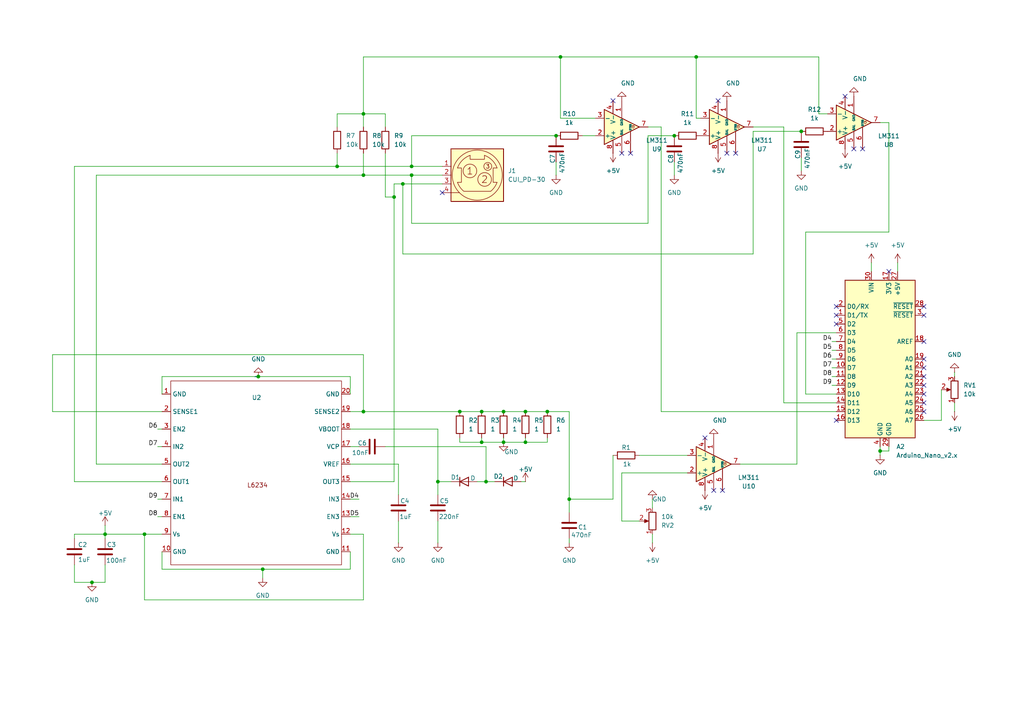
<source format=kicad_sch>
(kicad_sch
	(version 20250114)
	(generator "eeschema")
	(generator_version "9.0")
	(uuid "e2d35194-a09c-4570-a157-e0f6b5180900")
	(paper "A4")
	(lib_symbols
		(symbol "Comparator:LM311"
			(pin_names
				(offset 0.127)
			)
			(exclude_from_sim no)
			(in_bom yes)
			(on_board yes)
			(property "Reference" "U"
				(at 3.81 6.35 0)
				(effects
					(font
						(size 1.27 1.27)
					)
					(justify left)
				)
			)
			(property "Value" "LM311"
				(at 3.81 3.81 0)
				(effects
					(font
						(size 1.27 1.27)
					)
					(justify left)
				)
			)
			(property "Footprint" ""
				(at 0 0 0)
				(effects
					(font
						(size 1.27 1.27)
					)
					(hide yes)
				)
			)
			(property "Datasheet" "https://www.st.com/resource/en/datasheet/lm311.pdf"
				(at 0 0 0)
				(effects
					(font
						(size 1.27 1.27)
					)
					(hide yes)
				)
			)
			(property "Description" "Voltage Comparator, DIP-8/SOIC-8"
				(at 0 0 0)
				(effects
					(font
						(size 1.27 1.27)
					)
					(hide yes)
				)
			)
			(property "ki_keywords" "cmp open collector"
				(at 0 0 0)
				(effects
					(font
						(size 1.27 1.27)
					)
					(hide yes)
				)
			)
			(property "ki_fp_filters" "SOIC*3.9x4.9mm*P1.27mm* DIP*W7.62mm*"
				(at 0 0 0)
				(effects
					(font
						(size 1.27 1.27)
					)
					(hide yes)
				)
			)
			(symbol "LM311_0_1"
				(polyline
					(pts
						(xy 3.683 -0.381) (xy 3.302 -0.381) (xy 3.683 0) (xy 3.302 0.381) (xy 2.921 0) (xy 3.302 -0.381)
						(xy 2.921 -0.381)
					)
					(stroke
						(width 0.127)
						(type default)
					)
					(fill
						(type none)
					)
				)
				(polyline
					(pts
						(xy 5.08 0) (xy -5.08 5.08) (xy -5.08 -5.08) (xy 5.08 0)
					)
					(stroke
						(width 0.254)
						(type default)
					)
					(fill
						(type background)
					)
				)
			)
			(symbol "LM311_1_1"
				(pin input line
					(at -7.62 2.54 0)
					(length 2.54)
					(name "+"
						(effects
							(font
								(size 1.27 1.27)
							)
						)
					)
					(number "2"
						(effects
							(font
								(size 1.27 1.27)
							)
						)
					)
				)
				(pin input line
					(at -7.62 -2.54 0)
					(length 2.54)
					(name "-"
						(effects
							(font
								(size 1.27 1.27)
							)
						)
					)
					(number "3"
						(effects
							(font
								(size 1.27 1.27)
							)
						)
					)
				)
				(pin power_in line
					(at -2.54 7.62 270)
					(length 3.81)
					(name "V+"
						(effects
							(font
								(size 1.27 1.27)
							)
						)
					)
					(number "8"
						(effects
							(font
								(size 1.27 1.27)
							)
						)
					)
				)
				(pin power_in line
					(at -2.54 -7.62 90)
					(length 3.81)
					(name "V-"
						(effects
							(font
								(size 1.27 1.27)
							)
						)
					)
					(number "4"
						(effects
							(font
								(size 1.27 1.27)
							)
						)
					)
				)
				(pin input line
					(at 0 7.62 270)
					(length 5.08)
					(name "BAL"
						(effects
							(font
								(size 0.635 0.635)
							)
						)
					)
					(number "5"
						(effects
							(font
								(size 1.27 1.27)
							)
						)
					)
				)
				(pin passive line
					(at 0 -7.62 90)
					(length 5.08)
					(name "GND"
						(effects
							(font
								(size 0.635 0.635)
							)
						)
					)
					(number "1"
						(effects
							(font
								(size 1.27 1.27)
							)
						)
					)
				)
				(pin input line
					(at 2.54 7.62 270)
					(length 6.35)
					(name "STRB"
						(effects
							(font
								(size 0.508 0.508)
							)
						)
					)
					(number "6"
						(effects
							(font
								(size 1.27 1.27)
							)
						)
					)
				)
				(pin open_collector line
					(at 7.62 0 180)
					(length 2.54)
					(name "~"
						(effects
							(font
								(size 1.27 1.27)
							)
						)
					)
					(number "7"
						(effects
							(font
								(size 1.27 1.27)
							)
						)
					)
				)
			)
			(embedded_fonts no)
		)
		(symbol "Connector:CUI_PD-30"
			(pin_names
				(offset 1.016)
				(hide yes)
			)
			(exclude_from_sim no)
			(in_bom yes)
			(on_board yes)
			(property "Reference" "J"
				(at 0 -8.89 0)
				(effects
					(font
						(size 1.27 1.27)
					)
				)
			)
			(property "Value" "CUI_PD-30"
				(at 0 -10.795 0)
				(effects
					(font
						(size 1.27 1.27)
					)
				)
			)
			(property "Footprint" "Connector:CUI_PD-30"
				(at 0 -12.7 0)
				(effects
					(font
						(size 1.27 1.27)
					)
					(hide yes)
				)
			)
			(property "Datasheet" "http://www.cui.com/product/resource/pd-30.pdf"
				(at 0 0 0)
				(effects
					(font
						(size 1.27 1.27)
					)
					(hide yes)
				)
			)
			(property "Description" "3 pin connector, PD-30"
				(at 0 0 0)
				(effects
					(font
						(size 1.27 1.27)
					)
					(hide yes)
				)
			)
			(property "ki_keywords" "connector 3-pin PD-30 power DIN"
				(at 0 0 0)
				(effects
					(font
						(size 1.27 1.27)
					)
					(hide yes)
				)
			)
			(property "ki_fp_filters" "CUI*PD*30*"
				(at 0 0 0)
				(effects
					(font
						(size 1.27 1.27)
					)
					(hide yes)
				)
			)
			(symbol "CUI_PD-30_0_1"
				(polyline
					(pts
						(xy -7.62 -5.08) (xy -5.1816 -5.08)
					)
					(stroke
						(width 0)
						(type default)
					)
					(fill
						(type none)
					)
				)
				(rectangle
					(start -7.62 -7.62)
					(end 7.62 7.62)
					(stroke
						(width 0.254)
						(type default)
					)
					(fill
						(type background)
					)
				)
				(polyline
					(pts
						(xy -5.7404 2.0828) (xy -4.5974 2.0828) (xy -4.5974 -2.0828) (xy -5.7404 -2.0828)
					)
					(stroke
						(width 0)
						(type default)
					)
					(fill
						(type none)
					)
				)
				(polyline
					(pts
						(xy -3.9116 -4.6736) (xy 3.9116 -4.6736)
					)
					(stroke
						(width 0)
						(type default)
					)
					(fill
						(type none)
					)
				)
				(circle
					(center -2.1336 1.2192)
					(radius 1.9812)
					(stroke
						(width 0)
						(type default)
					)
					(fill
						(type none)
					)
				)
				(arc
					(start -3.9116 -4.6736)
					(mid -5.0022 -3.5026)
					(end -5.7404 -2.0828)
					(stroke
						(width 0)
						(type default)
					)
					(fill
						(type none)
					)
				)
				(arc
					(start 5.7404 -2.0828)
					(mid 4.9924 -3.4956)
					(end 3.9116 -4.6736)
					(stroke
						(width 0)
						(type default)
					)
					(fill
						(type none)
					)
				)
				(arc
					(start -5.7404 2.0828)
					(mid -4.318 4.318)
					(end -2.0828 5.7404)
					(stroke
						(width 0)
						(type default)
					)
					(fill
						(type none)
					)
				)
				(circle
					(center 0 0)
					(radius 7.2644)
					(stroke
						(width 0)
						(type default)
					)
					(fill
						(type none)
					)
				)
				(arc
					(start 2.0828 5.7404)
					(mid 4.318 4.318)
					(end 5.7404 2.0828)
					(stroke
						(width 0)
						(type default)
					)
					(fill
						(type none)
					)
				)
				(polyline
					(pts
						(xy 2.0828 5.7404) (xy 2.0828 4.5974) (xy -2.0828 4.5974) (xy -2.0828 5.7404)
					)
					(stroke
						(width 0)
						(type default)
					)
					(fill
						(type none)
					)
				)
				(circle
					(center 2.1336 -1.2446)
					(radius 1.9812)
					(stroke
						(width 0)
						(type default)
					)
					(fill
						(type none)
					)
				)
				(circle
					(center 3.048 2.54)
					(radius 1.143)
					(stroke
						(width 0)
						(type default)
					)
					(fill
						(type none)
					)
				)
				(polyline
					(pts
						(xy 5.7404 -2.0828) (xy 4.5974 -2.0828) (xy 4.5974 2.0828) (xy 5.7404 2.0828)
					)
					(stroke
						(width 0)
						(type default)
					)
					(fill
						(type none)
					)
				)
				(text "1"
					(at -2.1336 1.2192 0)
					(effects
						(font
							(size 1.9812 1.9812)
						)
					)
				)
				(text "2"
					(at 2.1336 -1.2446 0)
					(effects
						(font
							(size 1.9812 1.9812)
						)
					)
				)
				(text "3"
					(at 3.048 2.54 0)
					(effects
						(font
							(size 1.143 1.143)
						)
					)
				)
			)
			(symbol "CUI_PD-30_1_1"
				(pin passive line
					(at -10.16 2.54 0)
					(length 2.54)
					(name "1"
						(effects
							(font
								(size 1.27 1.27)
							)
						)
					)
					(number "1"
						(effects
							(font
								(size 1.27 1.27)
							)
						)
					)
				)
				(pin passive line
					(at -10.16 0 0)
					(length 2.54)
					(name "2"
						(effects
							(font
								(size 1.27 1.27)
							)
						)
					)
					(number "2"
						(effects
							(font
								(size 1.27 1.27)
							)
						)
					)
				)
				(pin passive line
					(at -10.16 -2.54 0)
					(length 2.54)
					(name "3"
						(effects
							(font
								(size 1.27 1.27)
							)
						)
					)
					(number "3"
						(effects
							(font
								(size 1.27 1.27)
							)
						)
					)
				)
				(pin passive line
					(at -10.16 -5.08 0)
					(length 2.54)
					(name "Shield"
						(effects
							(font
								(size 1.27 1.27)
							)
						)
					)
					(number "4"
						(effects
							(font
								(size 1.27 1.27)
							)
						)
					)
				)
			)
			(embedded_fonts no)
		)
		(symbol "Device:C"
			(pin_numbers
				(hide yes)
			)
			(pin_names
				(offset 0.254)
			)
			(exclude_from_sim no)
			(in_bom yes)
			(on_board yes)
			(property "Reference" "C"
				(at 0.635 2.54 0)
				(effects
					(font
						(size 1.27 1.27)
					)
					(justify left)
				)
			)
			(property "Value" "C"
				(at 0.635 -2.54 0)
				(effects
					(font
						(size 1.27 1.27)
					)
					(justify left)
				)
			)
			(property "Footprint" ""
				(at 0.9652 -3.81 0)
				(effects
					(font
						(size 1.27 1.27)
					)
					(hide yes)
				)
			)
			(property "Datasheet" "~"
				(at 0 0 0)
				(effects
					(font
						(size 1.27 1.27)
					)
					(hide yes)
				)
			)
			(property "Description" "Unpolarized capacitor"
				(at 0 0 0)
				(effects
					(font
						(size 1.27 1.27)
					)
					(hide yes)
				)
			)
			(property "ki_keywords" "cap capacitor"
				(at 0 0 0)
				(effects
					(font
						(size 1.27 1.27)
					)
					(hide yes)
				)
			)
			(property "ki_fp_filters" "C_*"
				(at 0 0 0)
				(effects
					(font
						(size 1.27 1.27)
					)
					(hide yes)
				)
			)
			(symbol "C_0_1"
				(polyline
					(pts
						(xy -2.032 0.762) (xy 2.032 0.762)
					)
					(stroke
						(width 0.508)
						(type default)
					)
					(fill
						(type none)
					)
				)
				(polyline
					(pts
						(xy -2.032 -0.762) (xy 2.032 -0.762)
					)
					(stroke
						(width 0.508)
						(type default)
					)
					(fill
						(type none)
					)
				)
			)
			(symbol "C_1_1"
				(pin passive line
					(at 0 3.81 270)
					(length 2.794)
					(name "~"
						(effects
							(font
								(size 1.27 1.27)
							)
						)
					)
					(number "1"
						(effects
							(font
								(size 1.27 1.27)
							)
						)
					)
				)
				(pin passive line
					(at 0 -3.81 90)
					(length 2.794)
					(name "~"
						(effects
							(font
								(size 1.27 1.27)
							)
						)
					)
					(number "2"
						(effects
							(font
								(size 1.27 1.27)
							)
						)
					)
				)
			)
			(embedded_fonts no)
		)
		(symbol "Device:D"
			(pin_numbers
				(hide yes)
			)
			(pin_names
				(offset 1.016)
				(hide yes)
			)
			(exclude_from_sim no)
			(in_bom yes)
			(on_board yes)
			(property "Reference" "D"
				(at 0 2.54 0)
				(effects
					(font
						(size 1.27 1.27)
					)
				)
			)
			(property "Value" "D"
				(at 0 -2.54 0)
				(effects
					(font
						(size 1.27 1.27)
					)
				)
			)
			(property "Footprint" ""
				(at 0 0 0)
				(effects
					(font
						(size 1.27 1.27)
					)
					(hide yes)
				)
			)
			(property "Datasheet" "~"
				(at 0 0 0)
				(effects
					(font
						(size 1.27 1.27)
					)
					(hide yes)
				)
			)
			(property "Description" "Diode"
				(at 0 0 0)
				(effects
					(font
						(size 1.27 1.27)
					)
					(hide yes)
				)
			)
			(property "Sim.Device" "D"
				(at 0 0 0)
				(effects
					(font
						(size 1.27 1.27)
					)
					(hide yes)
				)
			)
			(property "Sim.Pins" "1=K 2=A"
				(at 0 0 0)
				(effects
					(font
						(size 1.27 1.27)
					)
					(hide yes)
				)
			)
			(property "ki_keywords" "diode"
				(at 0 0 0)
				(effects
					(font
						(size 1.27 1.27)
					)
					(hide yes)
				)
			)
			(property "ki_fp_filters" "TO-???* *_Diode_* *SingleDiode* D_*"
				(at 0 0 0)
				(effects
					(font
						(size 1.27 1.27)
					)
					(hide yes)
				)
			)
			(symbol "D_0_1"
				(polyline
					(pts
						(xy -1.27 1.27) (xy -1.27 -1.27)
					)
					(stroke
						(width 0.254)
						(type default)
					)
					(fill
						(type none)
					)
				)
				(polyline
					(pts
						(xy 1.27 1.27) (xy 1.27 -1.27) (xy -1.27 0) (xy 1.27 1.27)
					)
					(stroke
						(width 0.254)
						(type default)
					)
					(fill
						(type none)
					)
				)
				(polyline
					(pts
						(xy 1.27 0) (xy -1.27 0)
					)
					(stroke
						(width 0)
						(type default)
					)
					(fill
						(type none)
					)
				)
			)
			(symbol "D_1_1"
				(pin passive line
					(at -3.81 0 0)
					(length 2.54)
					(name "K"
						(effects
							(font
								(size 1.27 1.27)
							)
						)
					)
					(number "1"
						(effects
							(font
								(size 1.27 1.27)
							)
						)
					)
				)
				(pin passive line
					(at 3.81 0 180)
					(length 2.54)
					(name "A"
						(effects
							(font
								(size 1.27 1.27)
							)
						)
					)
					(number "2"
						(effects
							(font
								(size 1.27 1.27)
							)
						)
					)
				)
			)
			(embedded_fonts no)
		)
		(symbol "Device:R"
			(pin_numbers
				(hide yes)
			)
			(pin_names
				(offset 0)
			)
			(exclude_from_sim no)
			(in_bom yes)
			(on_board yes)
			(property "Reference" "R"
				(at 2.032 0 90)
				(effects
					(font
						(size 1.27 1.27)
					)
				)
			)
			(property "Value" "R"
				(at 0 0 90)
				(effects
					(font
						(size 1.27 1.27)
					)
				)
			)
			(property "Footprint" ""
				(at -1.778 0 90)
				(effects
					(font
						(size 1.27 1.27)
					)
					(hide yes)
				)
			)
			(property "Datasheet" "~"
				(at 0 0 0)
				(effects
					(font
						(size 1.27 1.27)
					)
					(hide yes)
				)
			)
			(property "Description" "Resistor"
				(at 0 0 0)
				(effects
					(font
						(size 1.27 1.27)
					)
					(hide yes)
				)
			)
			(property "ki_keywords" "R res resistor"
				(at 0 0 0)
				(effects
					(font
						(size 1.27 1.27)
					)
					(hide yes)
				)
			)
			(property "ki_fp_filters" "R_*"
				(at 0 0 0)
				(effects
					(font
						(size 1.27 1.27)
					)
					(hide yes)
				)
			)
			(symbol "R_0_1"
				(rectangle
					(start -1.016 -2.54)
					(end 1.016 2.54)
					(stroke
						(width 0.254)
						(type default)
					)
					(fill
						(type none)
					)
				)
			)
			(symbol "R_1_1"
				(pin passive line
					(at 0 3.81 270)
					(length 1.27)
					(name "~"
						(effects
							(font
								(size 1.27 1.27)
							)
						)
					)
					(number "1"
						(effects
							(font
								(size 1.27 1.27)
							)
						)
					)
				)
				(pin passive line
					(at 0 -3.81 90)
					(length 1.27)
					(name "~"
						(effects
							(font
								(size 1.27 1.27)
							)
						)
					)
					(number "2"
						(effects
							(font
								(size 1.27 1.27)
							)
						)
					)
				)
			)
			(embedded_fonts no)
		)
		(symbol "Device:R_Potentiometer"
			(pin_names
				(offset 1.016)
				(hide yes)
			)
			(exclude_from_sim no)
			(in_bom yes)
			(on_board yes)
			(property "Reference" "RV"
				(at -4.445 0 90)
				(effects
					(font
						(size 1.27 1.27)
					)
				)
			)
			(property "Value" "R_Potentiometer"
				(at -2.54 0 90)
				(effects
					(font
						(size 1.27 1.27)
					)
				)
			)
			(property "Footprint" ""
				(at 0 0 0)
				(effects
					(font
						(size 1.27 1.27)
					)
					(hide yes)
				)
			)
			(property "Datasheet" "~"
				(at 0 0 0)
				(effects
					(font
						(size 1.27 1.27)
					)
					(hide yes)
				)
			)
			(property "Description" "Potentiometer"
				(at 0 0 0)
				(effects
					(font
						(size 1.27 1.27)
					)
					(hide yes)
				)
			)
			(property "ki_keywords" "resistor variable"
				(at 0 0 0)
				(effects
					(font
						(size 1.27 1.27)
					)
					(hide yes)
				)
			)
			(property "ki_fp_filters" "Potentiometer*"
				(at 0 0 0)
				(effects
					(font
						(size 1.27 1.27)
					)
					(hide yes)
				)
			)
			(symbol "R_Potentiometer_0_1"
				(rectangle
					(start 1.016 2.54)
					(end -1.016 -2.54)
					(stroke
						(width 0.254)
						(type default)
					)
					(fill
						(type none)
					)
				)
				(polyline
					(pts
						(xy 1.143 0) (xy 2.286 0.508) (xy 2.286 -0.508) (xy 1.143 0)
					)
					(stroke
						(width 0)
						(type default)
					)
					(fill
						(type outline)
					)
				)
				(polyline
					(pts
						(xy 2.54 0) (xy 1.524 0)
					)
					(stroke
						(width 0)
						(type default)
					)
					(fill
						(type none)
					)
				)
			)
			(symbol "R_Potentiometer_1_1"
				(pin passive line
					(at 0 3.81 270)
					(length 1.27)
					(name "1"
						(effects
							(font
								(size 1.27 1.27)
							)
						)
					)
					(number "1"
						(effects
							(font
								(size 1.27 1.27)
							)
						)
					)
				)
				(pin passive line
					(at 0 -3.81 90)
					(length 1.27)
					(name "3"
						(effects
							(font
								(size 1.27 1.27)
							)
						)
					)
					(number "3"
						(effects
							(font
								(size 1.27 1.27)
							)
						)
					)
				)
				(pin passive line
					(at 3.81 0 180)
					(length 1.27)
					(name "2"
						(effects
							(font
								(size 1.27 1.27)
							)
						)
					)
					(number "2"
						(effects
							(font
								(size 1.27 1.27)
							)
						)
					)
				)
			)
			(embedded_fonts no)
		)
		(symbol "MCU_Module:Arduino_Nano_v2.x"
			(exclude_from_sim no)
			(in_bom yes)
			(on_board yes)
			(property "Reference" "A"
				(at -10.16 23.495 0)
				(effects
					(font
						(size 1.27 1.27)
					)
					(justify left bottom)
				)
			)
			(property "Value" "Arduino_Nano_v2.x"
				(at 5.08 -24.13 0)
				(effects
					(font
						(size 1.27 1.27)
					)
					(justify left top)
				)
			)
			(property "Footprint" "Module:Arduino_Nano"
				(at 0 0 0)
				(effects
					(font
						(size 1.27 1.27)
						(italic yes)
					)
					(hide yes)
				)
			)
			(property "Datasheet" "https://www.arduino.cc/en/uploads/Main/ArduinoNanoManual23.pdf"
				(at 0 0 0)
				(effects
					(font
						(size 1.27 1.27)
					)
					(hide yes)
				)
			)
			(property "Description" "Arduino Nano v2.x"
				(at 0 0 0)
				(effects
					(font
						(size 1.27 1.27)
					)
					(hide yes)
				)
			)
			(property "ki_keywords" "Arduino nano microcontroller module USB"
				(at 0 0 0)
				(effects
					(font
						(size 1.27 1.27)
					)
					(hide yes)
				)
			)
			(property "ki_fp_filters" "Arduino*Nano*"
				(at 0 0 0)
				(effects
					(font
						(size 1.27 1.27)
					)
					(hide yes)
				)
			)
			(symbol "Arduino_Nano_v2.x_0_1"
				(rectangle
					(start -10.16 22.86)
					(end 10.16 -22.86)
					(stroke
						(width 0.254)
						(type default)
					)
					(fill
						(type background)
					)
				)
			)
			(symbol "Arduino_Nano_v2.x_1_1"
				(pin bidirectional line
					(at -12.7 15.24 0)
					(length 2.54)
					(name "D0/RX"
						(effects
							(font
								(size 1.27 1.27)
							)
						)
					)
					(number "2"
						(effects
							(font
								(size 1.27 1.27)
							)
						)
					)
				)
				(pin bidirectional line
					(at -12.7 12.7 0)
					(length 2.54)
					(name "D1/TX"
						(effects
							(font
								(size 1.27 1.27)
							)
						)
					)
					(number "1"
						(effects
							(font
								(size 1.27 1.27)
							)
						)
					)
				)
				(pin bidirectional line
					(at -12.7 10.16 0)
					(length 2.54)
					(name "D2"
						(effects
							(font
								(size 1.27 1.27)
							)
						)
					)
					(number "5"
						(effects
							(font
								(size 1.27 1.27)
							)
						)
					)
				)
				(pin bidirectional line
					(at -12.7 7.62 0)
					(length 2.54)
					(name "D3"
						(effects
							(font
								(size 1.27 1.27)
							)
						)
					)
					(number "6"
						(effects
							(font
								(size 1.27 1.27)
							)
						)
					)
				)
				(pin bidirectional line
					(at -12.7 5.08 0)
					(length 2.54)
					(name "D4"
						(effects
							(font
								(size 1.27 1.27)
							)
						)
					)
					(number "7"
						(effects
							(font
								(size 1.27 1.27)
							)
						)
					)
				)
				(pin bidirectional line
					(at -12.7 2.54 0)
					(length 2.54)
					(name "D5"
						(effects
							(font
								(size 1.27 1.27)
							)
						)
					)
					(number "8"
						(effects
							(font
								(size 1.27 1.27)
							)
						)
					)
				)
				(pin bidirectional line
					(at -12.7 0 0)
					(length 2.54)
					(name "D6"
						(effects
							(font
								(size 1.27 1.27)
							)
						)
					)
					(number "9"
						(effects
							(font
								(size 1.27 1.27)
							)
						)
					)
				)
				(pin bidirectional line
					(at -12.7 -2.54 0)
					(length 2.54)
					(name "D7"
						(effects
							(font
								(size 1.27 1.27)
							)
						)
					)
					(number "10"
						(effects
							(font
								(size 1.27 1.27)
							)
						)
					)
				)
				(pin bidirectional line
					(at -12.7 -5.08 0)
					(length 2.54)
					(name "D8"
						(effects
							(font
								(size 1.27 1.27)
							)
						)
					)
					(number "11"
						(effects
							(font
								(size 1.27 1.27)
							)
						)
					)
				)
				(pin bidirectional line
					(at -12.7 -7.62 0)
					(length 2.54)
					(name "D9"
						(effects
							(font
								(size 1.27 1.27)
							)
						)
					)
					(number "12"
						(effects
							(font
								(size 1.27 1.27)
							)
						)
					)
				)
				(pin bidirectional line
					(at -12.7 -10.16 0)
					(length 2.54)
					(name "D10"
						(effects
							(font
								(size 1.27 1.27)
							)
						)
					)
					(number "13"
						(effects
							(font
								(size 1.27 1.27)
							)
						)
					)
				)
				(pin bidirectional line
					(at -12.7 -12.7 0)
					(length 2.54)
					(name "D11"
						(effects
							(font
								(size 1.27 1.27)
							)
						)
					)
					(number "14"
						(effects
							(font
								(size 1.27 1.27)
							)
						)
					)
				)
				(pin bidirectional line
					(at -12.7 -15.24 0)
					(length 2.54)
					(name "D12"
						(effects
							(font
								(size 1.27 1.27)
							)
						)
					)
					(number "15"
						(effects
							(font
								(size 1.27 1.27)
							)
						)
					)
				)
				(pin bidirectional line
					(at -12.7 -17.78 0)
					(length 2.54)
					(name "D13"
						(effects
							(font
								(size 1.27 1.27)
							)
						)
					)
					(number "16"
						(effects
							(font
								(size 1.27 1.27)
							)
						)
					)
				)
				(pin power_in line
					(at -2.54 25.4 270)
					(length 2.54)
					(name "VIN"
						(effects
							(font
								(size 1.27 1.27)
							)
						)
					)
					(number "30"
						(effects
							(font
								(size 1.27 1.27)
							)
						)
					)
				)
				(pin power_in line
					(at 0 -25.4 90)
					(length 2.54)
					(name "GND"
						(effects
							(font
								(size 1.27 1.27)
							)
						)
					)
					(number "4"
						(effects
							(font
								(size 1.27 1.27)
							)
						)
					)
				)
				(pin power_out line
					(at 2.54 25.4 270)
					(length 2.54)
					(name "3V3"
						(effects
							(font
								(size 1.27 1.27)
							)
						)
					)
					(number "17"
						(effects
							(font
								(size 1.27 1.27)
							)
						)
					)
				)
				(pin power_in line
					(at 2.54 -25.4 90)
					(length 2.54)
					(name "GND"
						(effects
							(font
								(size 1.27 1.27)
							)
						)
					)
					(number "29"
						(effects
							(font
								(size 1.27 1.27)
							)
						)
					)
				)
				(pin power_out line
					(at 5.08 25.4 270)
					(length 2.54)
					(name "+5V"
						(effects
							(font
								(size 1.27 1.27)
							)
						)
					)
					(number "27"
						(effects
							(font
								(size 1.27 1.27)
							)
						)
					)
				)
				(pin input line
					(at 12.7 15.24 180)
					(length 2.54)
					(name "~{RESET}"
						(effects
							(font
								(size 1.27 1.27)
							)
						)
					)
					(number "28"
						(effects
							(font
								(size 1.27 1.27)
							)
						)
					)
				)
				(pin input line
					(at 12.7 12.7 180)
					(length 2.54)
					(name "~{RESET}"
						(effects
							(font
								(size 1.27 1.27)
							)
						)
					)
					(number "3"
						(effects
							(font
								(size 1.27 1.27)
							)
						)
					)
				)
				(pin input line
					(at 12.7 5.08 180)
					(length 2.54)
					(name "AREF"
						(effects
							(font
								(size 1.27 1.27)
							)
						)
					)
					(number "18"
						(effects
							(font
								(size 1.27 1.27)
							)
						)
					)
				)
				(pin bidirectional line
					(at 12.7 0 180)
					(length 2.54)
					(name "A0"
						(effects
							(font
								(size 1.27 1.27)
							)
						)
					)
					(number "19"
						(effects
							(font
								(size 1.27 1.27)
							)
						)
					)
				)
				(pin bidirectional line
					(at 12.7 -2.54 180)
					(length 2.54)
					(name "A1"
						(effects
							(font
								(size 1.27 1.27)
							)
						)
					)
					(number "20"
						(effects
							(font
								(size 1.27 1.27)
							)
						)
					)
				)
				(pin bidirectional line
					(at 12.7 -5.08 180)
					(length 2.54)
					(name "A2"
						(effects
							(font
								(size 1.27 1.27)
							)
						)
					)
					(number "21"
						(effects
							(font
								(size 1.27 1.27)
							)
						)
					)
				)
				(pin bidirectional line
					(at 12.7 -7.62 180)
					(length 2.54)
					(name "A3"
						(effects
							(font
								(size 1.27 1.27)
							)
						)
					)
					(number "22"
						(effects
							(font
								(size 1.27 1.27)
							)
						)
					)
				)
				(pin bidirectional line
					(at 12.7 -10.16 180)
					(length 2.54)
					(name "A4"
						(effects
							(font
								(size 1.27 1.27)
							)
						)
					)
					(number "23"
						(effects
							(font
								(size 1.27 1.27)
							)
						)
					)
				)
				(pin bidirectional line
					(at 12.7 -12.7 180)
					(length 2.54)
					(name "A5"
						(effects
							(font
								(size 1.27 1.27)
							)
						)
					)
					(number "24"
						(effects
							(font
								(size 1.27 1.27)
							)
						)
					)
				)
				(pin bidirectional line
					(at 12.7 -15.24 180)
					(length 2.54)
					(name "A6"
						(effects
							(font
								(size 1.27 1.27)
							)
						)
					)
					(number "25"
						(effects
							(font
								(size 1.27 1.27)
							)
						)
					)
				)
				(pin bidirectional line
					(at 12.7 -17.78 180)
					(length 2.54)
					(name "A7"
						(effects
							(font
								(size 1.27 1.27)
							)
						)
					)
					(number "26"
						(effects
							(font
								(size 1.27 1.27)
							)
						)
					)
				)
			)
			(embedded_fonts no)
		)
		(symbol "escDesignSym:L6234"
			(exclude_from_sim no)
			(in_bom yes)
			(on_board yes)
			(property "Reference" "U"
				(at 0 0 0)
				(effects
					(font
						(size 1.27 1.27)
					)
				)
			)
			(property "Value" ""
				(at 0 0 0)
				(effects
					(font
						(size 1.27 1.27)
					)
				)
			)
			(property "Footprint" ""
				(at 0 0 0)
				(effects
					(font
						(size 1.27 1.27)
					)
					(hide yes)
				)
			)
			(property "Datasheet" ""
				(at 0 0 0)
				(effects
					(font
						(size 1.27 1.27)
					)
					(hide yes)
				)
			)
			(property "Description" ""
				(at 0 0 0)
				(effects
					(font
						(size 1.27 1.27)
					)
					(hide yes)
				)
			)
			(symbol "L6234_0_1"
				(rectangle
					(start -25.4 27.94)
					(end 24.13 -25.4)
					(stroke
						(width 0)
						(type default)
					)
					(fill
						(type none)
					)
				)
			)
			(symbol "L6234_1_1"
				(text "L6234\n"
					(at -0.254 -2.286 0)
					(effects
						(font
							(size 1.27 1.27)
						)
					)
				)
				(pin input line
					(at -27.94 24.13 0)
					(length 2.54)
					(name "GND"
						(effects
							(font
								(size 1.27 1.27)
							)
						)
					)
					(number "1"
						(effects
							(font
								(size 1.27 1.27)
							)
						)
					)
				)
				(pin input line
					(at -27.94 19.05 0)
					(length 2.54)
					(name "SENSE1"
						(effects
							(font
								(size 1.27 1.27)
							)
						)
					)
					(number "2"
						(effects
							(font
								(size 1.27 1.27)
							)
						)
					)
				)
				(pin input line
					(at -27.94 13.97 0)
					(length 2.54)
					(name "EN2"
						(effects
							(font
								(size 1.27 1.27)
							)
						)
					)
					(number "3"
						(effects
							(font
								(size 1.27 1.27)
							)
						)
					)
				)
				(pin input line
					(at -27.94 8.89 0)
					(length 2.54)
					(name "IN2"
						(effects
							(font
								(size 1.27 1.27)
							)
						)
					)
					(number "4"
						(effects
							(font
								(size 1.27 1.27)
							)
						)
					)
				)
				(pin input line
					(at -27.94 3.81 0)
					(length 2.54)
					(name "OUT2"
						(effects
							(font
								(size 1.27 1.27)
							)
						)
					)
					(number "5"
						(effects
							(font
								(size 1.27 1.27)
							)
						)
					)
				)
				(pin input line
					(at -27.94 -1.27 0)
					(length 2.54)
					(name "OUT1"
						(effects
							(font
								(size 1.27 1.27)
							)
						)
					)
					(number "6"
						(effects
							(font
								(size 1.27 1.27)
							)
						)
					)
				)
				(pin input line
					(at -27.94 -6.35 0)
					(length 2.54)
					(name "IN1"
						(effects
							(font
								(size 1.27 1.27)
							)
						)
					)
					(number "7"
						(effects
							(font
								(size 1.27 1.27)
							)
						)
					)
				)
				(pin input line
					(at -27.94 -11.43 0)
					(length 2.54)
					(name "EN1"
						(effects
							(font
								(size 1.27 1.27)
							)
						)
					)
					(number "8"
						(effects
							(font
								(size 1.27 1.27)
							)
						)
					)
				)
				(pin input line
					(at -27.94 -16.51 0)
					(length 2.54)
					(name "Vs"
						(effects
							(font
								(size 1.27 1.27)
							)
						)
					)
					(number "9"
						(effects
							(font
								(size 1.27 1.27)
							)
						)
					)
				)
				(pin input line
					(at -27.94 -21.59 0)
					(length 2.54)
					(name "GND"
						(effects
							(font
								(size 1.27 1.27)
							)
						)
					)
					(number "10"
						(effects
							(font
								(size 1.27 1.27)
							)
						)
					)
				)
				(pin input line
					(at 26.67 24.13 180)
					(length 2.54)
					(name "GND"
						(effects
							(font
								(size 1.27 1.27)
							)
						)
					)
					(number "20"
						(effects
							(font
								(size 1.27 1.27)
							)
						)
					)
				)
				(pin input line
					(at 26.67 19.05 180)
					(length 2.54)
					(name "SENSE2"
						(effects
							(font
								(size 1.27 1.27)
							)
						)
					)
					(number "19"
						(effects
							(font
								(size 1.27 1.27)
							)
						)
					)
				)
				(pin input line
					(at 26.67 13.97 180)
					(length 2.54)
					(name "VBOOT"
						(effects
							(font
								(size 1.27 1.27)
							)
						)
					)
					(number "18"
						(effects
							(font
								(size 1.27 1.27)
							)
						)
					)
				)
				(pin input line
					(at 26.67 8.89 180)
					(length 2.54)
					(name "VCP"
						(effects
							(font
								(size 1.27 1.27)
							)
						)
					)
					(number "17"
						(effects
							(font
								(size 1.27 1.27)
							)
						)
					)
				)
				(pin input line
					(at 26.67 3.81 180)
					(length 2.54)
					(name "VREF"
						(effects
							(font
								(size 1.27 1.27)
							)
						)
					)
					(number "16"
						(effects
							(font
								(size 1.27 1.27)
							)
						)
					)
				)
				(pin input line
					(at 26.67 -1.27 180)
					(length 2.54)
					(name "OUT3"
						(effects
							(font
								(size 1.27 1.27)
							)
						)
					)
					(number "15"
						(effects
							(font
								(size 1.27 1.27)
							)
						)
					)
				)
				(pin input line
					(at 26.67 -6.35 180)
					(length 2.54)
					(name "IN3"
						(effects
							(font
								(size 1.27 1.27)
							)
						)
					)
					(number "14"
						(effects
							(font
								(size 1.27 1.27)
							)
						)
					)
				)
				(pin input line
					(at 26.67 -11.43 180)
					(length 2.54)
					(name "EN3"
						(effects
							(font
								(size 1.27 1.27)
							)
						)
					)
					(number "13"
						(effects
							(font
								(size 1.27 1.27)
							)
						)
					)
				)
				(pin input line
					(at 26.67 -16.51 180)
					(length 2.54)
					(name "Vs"
						(effects
							(font
								(size 1.27 1.27)
							)
						)
					)
					(number "12"
						(effects
							(font
								(size 1.27 1.27)
							)
						)
					)
				)
				(pin input line
					(at 26.67 -21.59 180)
					(length 2.54)
					(name "GND"
						(effects
							(font
								(size 1.27 1.27)
							)
						)
					)
					(number "11"
						(effects
							(font
								(size 1.27 1.27)
							)
						)
					)
				)
			)
			(embedded_fonts no)
		)
		(symbol "power:+5V"
			(power)
			(pin_numbers
				(hide yes)
			)
			(pin_names
				(offset 0)
				(hide yes)
			)
			(exclude_from_sim no)
			(in_bom yes)
			(on_board yes)
			(property "Reference" "#PWR"
				(at 0 -3.81 0)
				(effects
					(font
						(size 1.27 1.27)
					)
					(hide yes)
				)
			)
			(property "Value" "+5V"
				(at 0 3.556 0)
				(effects
					(font
						(size 1.27 1.27)
					)
				)
			)
			(property "Footprint" ""
				(at 0 0 0)
				(effects
					(font
						(size 1.27 1.27)
					)
					(hide yes)
				)
			)
			(property "Datasheet" ""
				(at 0 0 0)
				(effects
					(font
						(size 1.27 1.27)
					)
					(hide yes)
				)
			)
			(property "Description" "Power symbol creates a global label with name \"+5V\""
				(at 0 0 0)
				(effects
					(font
						(size 1.27 1.27)
					)
					(hide yes)
				)
			)
			(property "ki_keywords" "global power"
				(at 0 0 0)
				(effects
					(font
						(size 1.27 1.27)
					)
					(hide yes)
				)
			)
			(symbol "+5V_0_1"
				(polyline
					(pts
						(xy -0.762 1.27) (xy 0 2.54)
					)
					(stroke
						(width 0)
						(type default)
					)
					(fill
						(type none)
					)
				)
				(polyline
					(pts
						(xy 0 2.54) (xy 0.762 1.27)
					)
					(stroke
						(width 0)
						(type default)
					)
					(fill
						(type none)
					)
				)
				(polyline
					(pts
						(xy 0 0) (xy 0 2.54)
					)
					(stroke
						(width 0)
						(type default)
					)
					(fill
						(type none)
					)
				)
			)
			(symbol "+5V_1_1"
				(pin power_in line
					(at 0 0 90)
					(length 0)
					(name "~"
						(effects
							(font
								(size 1.27 1.27)
							)
						)
					)
					(number "1"
						(effects
							(font
								(size 1.27 1.27)
							)
						)
					)
				)
			)
			(embedded_fonts no)
		)
		(symbol "power:GND"
			(power)
			(pin_numbers
				(hide yes)
			)
			(pin_names
				(offset 0)
				(hide yes)
			)
			(exclude_from_sim no)
			(in_bom yes)
			(on_board yes)
			(property "Reference" "#PWR"
				(at 0 -6.35 0)
				(effects
					(font
						(size 1.27 1.27)
					)
					(hide yes)
				)
			)
			(property "Value" "GND"
				(at 0 -3.81 0)
				(effects
					(font
						(size 1.27 1.27)
					)
				)
			)
			(property "Footprint" ""
				(at 0 0 0)
				(effects
					(font
						(size 1.27 1.27)
					)
					(hide yes)
				)
			)
			(property "Datasheet" ""
				(at 0 0 0)
				(effects
					(font
						(size 1.27 1.27)
					)
					(hide yes)
				)
			)
			(property "Description" "Power symbol creates a global label with name \"GND\" , ground"
				(at 0 0 0)
				(effects
					(font
						(size 1.27 1.27)
					)
					(hide yes)
				)
			)
			(property "ki_keywords" "global power"
				(at 0 0 0)
				(effects
					(font
						(size 1.27 1.27)
					)
					(hide yes)
				)
			)
			(symbol "GND_0_1"
				(polyline
					(pts
						(xy 0 0) (xy 0 -1.27) (xy 1.27 -1.27) (xy 0 -2.54) (xy -1.27 -1.27) (xy 0 -1.27)
					)
					(stroke
						(width 0)
						(type default)
					)
					(fill
						(type none)
					)
				)
			)
			(symbol "GND_1_1"
				(pin power_in line
					(at 0 0 270)
					(length 0)
					(name "~"
						(effects
							(font
								(size 1.27 1.27)
							)
						)
					)
					(number "1"
						(effects
							(font
								(size 1.27 1.27)
							)
						)
					)
				)
			)
			(embedded_fonts no)
		)
		(symbol "power:VCC"
			(power)
			(pin_numbers
				(hide yes)
			)
			(pin_names
				(offset 0)
				(hide yes)
			)
			(exclude_from_sim no)
			(in_bom yes)
			(on_board yes)
			(property "Reference" "#PWR"
				(at 0 -3.81 0)
				(effects
					(font
						(size 1.27 1.27)
					)
					(hide yes)
				)
			)
			(property "Value" "VCC"
				(at 0 3.556 0)
				(effects
					(font
						(size 1.27 1.27)
					)
				)
			)
			(property "Footprint" ""
				(at 0 0 0)
				(effects
					(font
						(size 1.27 1.27)
					)
					(hide yes)
				)
			)
			(property "Datasheet" ""
				(at 0 0 0)
				(effects
					(font
						(size 1.27 1.27)
					)
					(hide yes)
				)
			)
			(property "Description" "Power symbol creates a global label with name \"VCC\""
				(at 0 0 0)
				(effects
					(font
						(size 1.27 1.27)
					)
					(hide yes)
				)
			)
			(property "ki_keywords" "global power"
				(at 0 0 0)
				(effects
					(font
						(size 1.27 1.27)
					)
					(hide yes)
				)
			)
			(symbol "VCC_0_1"
				(polyline
					(pts
						(xy -0.762 1.27) (xy 0 2.54)
					)
					(stroke
						(width 0)
						(type default)
					)
					(fill
						(type none)
					)
				)
				(polyline
					(pts
						(xy 0 2.54) (xy 0.762 1.27)
					)
					(stroke
						(width 0)
						(type default)
					)
					(fill
						(type none)
					)
				)
				(polyline
					(pts
						(xy 0 0) (xy 0 2.54)
					)
					(stroke
						(width 0)
						(type default)
					)
					(fill
						(type none)
					)
				)
			)
			(symbol "VCC_1_1"
				(pin power_in line
					(at 0 0 90)
					(length 0)
					(name "~"
						(effects
							(font
								(size 1.27 1.27)
							)
						)
					)
					(number "1"
						(effects
							(font
								(size 1.27 1.27)
							)
						)
					)
				)
			)
			(embedded_fonts no)
		)
	)
	(junction
		(at 114.3 57.15)
		(diameter 0)
		(color 0 0 0 0)
		(uuid "03062dc8-a0c9-4937-93c6-4ec4eef85a57")
	)
	(junction
		(at 201.93 16.51)
		(diameter 0)
		(color 0 0 0 0)
		(uuid "0c099f50-be68-42c6-b226-6622667fce39")
	)
	(junction
		(at 165.1 144.78)
		(diameter 0)
		(color 0 0 0 0)
		(uuid "1a62e6b4-1cc9-4a76-b454-ce1a9af05efa")
	)
	(junction
		(at 119.38 50.8)
		(diameter 0)
		(color 0 0 0 0)
		(uuid "1fb9c68f-62a5-4b91-a91c-6dd66bc94f13")
	)
	(junction
		(at 146.05 119.38)
		(diameter 0)
		(color 0 0 0 0)
		(uuid "2e23fd15-33ae-4124-be07-b31edf85ed0a")
	)
	(junction
		(at 97.79 48.26)
		(diameter 0)
		(color 0 0 0 0)
		(uuid "3d2565db-789a-43f5-8d73-fabb189fbf15")
	)
	(junction
		(at 41.91 154.94)
		(diameter 0)
		(color 0 0 0 0)
		(uuid "4562b92a-4ef7-4315-b01f-3e826e7b5d88")
	)
	(junction
		(at 76.2 165.1)
		(diameter 0)
		(color 0 0 0 0)
		(uuid "48b0f49a-0d28-4087-b0d3-084b6599a26d")
	)
	(junction
		(at 152.4 128.27)
		(diameter 0)
		(color 0 0 0 0)
		(uuid "4b168486-e2a6-49d5-8db8-bde44ce08183")
	)
	(junction
		(at 158.75 119.38)
		(diameter 0)
		(color 0 0 0 0)
		(uuid "593021f3-b83b-4417-b29c-e90c55ca6a33")
	)
	(junction
		(at 127 139.7)
		(diameter 0)
		(color 0 0 0 0)
		(uuid "5e83ff19-3a38-4b63-89f4-80f3386f32bb")
	)
	(junction
		(at 105.41 119.38)
		(diameter 0)
		(color 0 0 0 0)
		(uuid "5eb5ecb7-de01-482c-9312-fc5d5c017e61")
	)
	(junction
		(at 30.48 154.94)
		(diameter 0)
		(color 0 0 0 0)
		(uuid "5ff2ed49-a23c-4c1a-8944-9b1ccd073ca8")
	)
	(junction
		(at 74.93 109.22)
		(diameter 0)
		(color 0 0 0 0)
		(uuid "73732338-5240-4133-8f39-6c8f9299acbd")
	)
	(junction
		(at 119.38 48.26)
		(diameter 0)
		(color 0 0 0 0)
		(uuid "80941b02-a5cf-4125-ae71-165fec7c539c")
	)
	(junction
		(at 116.84 53.34)
		(diameter 0)
		(color 0 0 0 0)
		(uuid "844c21a2-7bd8-46dc-a3d3-eb79f432242d")
	)
	(junction
		(at 139.7 119.38)
		(diameter 0)
		(color 0 0 0 0)
		(uuid "8637ee92-fb32-48fb-8a4f-179e70ab771b")
	)
	(junction
		(at 139.7 128.27)
		(diameter 0)
		(color 0 0 0 0)
		(uuid "90aa004c-7106-4346-9079-81b1cf5d2ec5")
	)
	(junction
		(at 195.58 39.37)
		(diameter 0)
		(color 0 0 0 0)
		(uuid "a0533d9f-940e-470c-8a45-ed58b4df2d78")
	)
	(junction
		(at 105.41 33.02)
		(diameter 0)
		(color 0 0 0 0)
		(uuid "a1f2dd6a-8fff-48b8-8a58-e492708ae33f")
	)
	(junction
		(at 105.41 50.8)
		(diameter 0)
		(color 0 0 0 0)
		(uuid "a73cd85e-6af5-4338-876e-8971cfa4a1d2")
	)
	(junction
		(at 26.67 168.91)
		(diameter 0)
		(color 0 0 0 0)
		(uuid "b5cf60e2-9553-40d7-8cff-4a254821b430")
	)
	(junction
		(at 162.56 16.51)
		(diameter 0)
		(color 0 0 0 0)
		(uuid "b6172f97-31e2-41b6-8b5f-c22b29613aaa")
	)
	(junction
		(at 146.05 128.27)
		(diameter 0)
		(color 0 0 0 0)
		(uuid "daea5458-4dc0-4395-be38-dd05ab63ad6f")
	)
	(junction
		(at 133.35 119.38)
		(diameter 0)
		(color 0 0 0 0)
		(uuid "e2dd12c8-c0bd-49a1-a14f-54b97725ef50")
	)
	(junction
		(at 161.29 39.37)
		(diameter 0)
		(color 0 0 0 0)
		(uuid "e40424d9-2917-4e16-ba82-551e283e6b6a")
	)
	(junction
		(at 232.41 38.1)
		(diameter 0)
		(color 0 0 0 0)
		(uuid "e6ef4cf9-e78f-461d-9dd2-5c25b7b4327c")
	)
	(junction
		(at 140.97 139.7)
		(diameter 0)
		(color 0 0 0 0)
		(uuid "ecceea69-0537-4c36-a148-281418b1ba07")
	)
	(junction
		(at 152.4 119.38)
		(diameter 0)
		(color 0 0 0 0)
		(uuid "f113d909-0912-486e-8b38-4683bd7fa84c")
	)
	(junction
		(at 255.27 130.81)
		(diameter 0)
		(color 0 0 0 0)
		(uuid "fd3f1c41-f14e-43c8-a2a8-f9ae0e1b03b1")
	)
	(no_connect
		(at 245.11 27.94)
		(uuid "03cf5b29-71bf-4643-a0ec-e3dda1a97352")
	)
	(no_connect
		(at 267.97 109.22)
		(uuid "1878e58a-a326-4f7d-851c-704ac4789732")
	)
	(no_connect
		(at 250.19 43.18)
		(uuid "1efe7f8d-ee6c-4f94-9a1a-c7f385ce940b")
	)
	(no_connect
		(at 207.01 142.24)
		(uuid "332f9b25-d5ef-4d44-804f-67872a983f44")
	)
	(no_connect
		(at 257.81 78.74)
		(uuid "5424de88-747e-4af6-9873-f6a352c6baac")
	)
	(no_connect
		(at 180.34 44.45)
		(uuid "5a18e4d9-29f9-4297-9503-f882f895b146")
	)
	(no_connect
		(at 242.57 88.9)
		(uuid "64d86434-c5ed-4150-95c9-2ae93a407eb6")
	)
	(no_connect
		(at 247.65 43.18)
		(uuid "6d7b13f2-206c-440b-bb39-3394f8c6dd08")
	)
	(no_connect
		(at 242.57 93.98)
		(uuid "7c8e693f-bd4f-4410-a074-9e9d5c558315")
	)
	(no_connect
		(at 267.97 111.76)
		(uuid "7d8b37c7-b257-48eb-9c95-aee9b480c2a3")
	)
	(no_connect
		(at 242.57 91.44)
		(uuid "825ee2ef-7d40-43cc-88e3-549465bfec76")
	)
	(no_connect
		(at 182.88 44.45)
		(uuid "92132959-3e31-4cb7-b331-e300c971ddbb")
	)
	(no_connect
		(at 267.97 88.9)
		(uuid "98a00f25-3c3a-49a2-85cc-a3664fa0aeac")
	)
	(no_connect
		(at 267.97 119.38)
		(uuid "9dd89aaf-fbd6-40d9-a4d1-4768f63e6d5d")
	)
	(no_connect
		(at 267.97 91.44)
		(uuid "a0c9ed19-d7ea-44d4-85c2-132e579d2cdf")
	)
	(no_connect
		(at 208.28 29.21)
		(uuid "b3157530-36c4-4c28-9fd7-1de0d8fe6eb1")
	)
	(no_connect
		(at 128.27 55.88)
		(uuid "b3a538bc-49ef-41f3-ac9c-6b07c7a156ac")
	)
	(no_connect
		(at 242.57 121.92)
		(uuid "bc3da971-978f-4763-b5db-0149bac66e3f")
	)
	(no_connect
		(at 177.8 29.21)
		(uuid "bde50142-9c94-43c5-bf22-13f6de8f737e")
	)
	(no_connect
		(at 267.97 104.14)
		(uuid "bfc57c9e-f64b-4a79-9e5b-bd81124fa0a5")
	)
	(no_connect
		(at 267.97 114.3)
		(uuid "c0ba323b-792d-43b2-9efd-cbf68d805b90")
	)
	(no_connect
		(at 213.36 44.45)
		(uuid "c53f5fc1-67b9-446b-b071-e7bb7a32c9b1")
	)
	(no_connect
		(at 204.47 127)
		(uuid "d448db86-0792-49e5-91dd-2bf74389c6bc")
	)
	(no_connect
		(at 267.97 116.84)
		(uuid "d4af3ae1-6ff9-4430-aec1-a26c55074211")
	)
	(no_connect
		(at 267.97 106.68)
		(uuid "d5893a89-27ba-4463-8df9-a41ae43dc27c")
	)
	(no_connect
		(at 210.82 44.45)
		(uuid "f1cf3679-f784-4ee7-afbd-3ca9934b94c7")
	)
	(no_connect
		(at 267.97 99.06)
		(uuid "f46fb83d-33f5-4696-88df-1d83d57b5f29")
	)
	(no_connect
		(at 209.55 142.24)
		(uuid "f592c9ac-df49-4f7d-96b0-81d2f9f9f513")
	)
	(wire
		(pts
			(xy 21.59 139.7) (xy 21.59 48.26)
		)
		(stroke
			(width 0)
			(type default)
		)
		(uuid "00b3afd3-3893-43a6-b72c-649c62d37662")
	)
	(wire
		(pts
			(xy 165.1 119.38) (xy 165.1 144.78)
		)
		(stroke
			(width 0)
			(type default)
		)
		(uuid "01e5d5e8-e930-4135-8f6b-13bb402756a2")
	)
	(wire
		(pts
			(xy 139.7 119.38) (xy 146.05 119.38)
		)
		(stroke
			(width 0)
			(type default)
		)
		(uuid "02809e25-11b7-4435-a848-616c7f2941a8")
	)
	(wire
		(pts
			(xy 111.76 33.02) (xy 111.76 36.83)
		)
		(stroke
			(width 0)
			(type default)
		)
		(uuid "04d3701d-6e04-4aeb-9566-f765cae04489")
	)
	(wire
		(pts
			(xy 195.58 39.37) (xy 187.96 39.37)
		)
		(stroke
			(width 0)
			(type default)
		)
		(uuid "057d9516-10a9-4da3-8459-ba1d3bfb9ff2")
	)
	(wire
		(pts
			(xy 260.35 76.2) (xy 260.35 78.74)
		)
		(stroke
			(width 0)
			(type default)
		)
		(uuid "0c2e3b83-2946-49e7-9ffe-193acb0f92f1")
	)
	(wire
		(pts
			(xy 45.72 124.46) (xy 46.99 124.46)
		)
		(stroke
			(width 0)
			(type default)
		)
		(uuid "0c3a845b-54b3-4f68-8302-dbf44684ceb6")
	)
	(wire
		(pts
			(xy 241.3 111.76) (xy 242.57 111.76)
		)
		(stroke
			(width 0)
			(type default)
		)
		(uuid "0d74e96d-2cab-435e-867f-64d866b48203")
	)
	(wire
		(pts
			(xy 189.23 157.48) (xy 189.23 154.94)
		)
		(stroke
			(width 0)
			(type default)
		)
		(uuid "14a0f284-3e0b-4bc5-829d-a33797eeeb9f")
	)
	(wire
		(pts
			(xy 105.41 102.87) (xy 105.41 119.38)
		)
		(stroke
			(width 0)
			(type default)
		)
		(uuid "14ce3181-2763-4bc2-9a20-8ce561abc25b")
	)
	(wire
		(pts
			(xy 21.59 168.91) (xy 26.67 168.91)
		)
		(stroke
			(width 0)
			(type default)
		)
		(uuid "158d2599-2ced-48ba-9574-2405749d2dea")
	)
	(wire
		(pts
			(xy 46.99 139.7) (xy 21.59 139.7)
		)
		(stroke
			(width 0)
			(type default)
		)
		(uuid "15bdea80-8dd3-4cb2-8ea1-f3fdd136fe41")
	)
	(wire
		(pts
			(xy 233.68 114.3) (xy 242.57 114.3)
		)
		(stroke
			(width 0)
			(type default)
		)
		(uuid "17febdef-dd07-420a-8146-6fd7a1c77448")
	)
	(wire
		(pts
			(xy 105.41 154.94) (xy 101.6 154.94)
		)
		(stroke
			(width 0)
			(type default)
		)
		(uuid "18408f64-ef2d-42fa-ad04-368b25fb09ed")
	)
	(wire
		(pts
			(xy 114.3 57.15) (xy 114.3 139.7)
		)
		(stroke
			(width 0)
			(type default)
		)
		(uuid "18cd6cb6-547b-4e26-a38b-e86e2611b597")
	)
	(wire
		(pts
			(xy 105.41 119.38) (xy 101.6 119.38)
		)
		(stroke
			(width 0)
			(type default)
		)
		(uuid "19eed3a3-fd13-4b9f-b40d-93b9b4d55c10")
	)
	(wire
		(pts
			(xy 255.27 132.08) (xy 255.27 130.81)
		)
		(stroke
			(width 0)
			(type default)
		)
		(uuid "1a6a1fe3-1708-4ff9-8117-3f6bc4bc588e")
	)
	(wire
		(pts
			(xy 46.99 160.02) (xy 46.99 165.1)
		)
		(stroke
			(width 0)
			(type default)
		)
		(uuid "1ad29d9f-7073-4800-9978-ff63380b6a84")
	)
	(wire
		(pts
			(xy 162.56 16.51) (xy 201.93 16.51)
		)
		(stroke
			(width 0)
			(type default)
		)
		(uuid "1af57fba-c3db-48b8-b4ff-5a7ead14eb89")
	)
	(wire
		(pts
			(xy 232.41 45.72) (xy 232.41 49.53)
		)
		(stroke
			(width 0)
			(type default)
		)
		(uuid "1cbda01f-9b2c-4164-be16-5bfeb5cc972b")
	)
	(wire
		(pts
			(xy 241.3 104.14) (xy 242.57 104.14)
		)
		(stroke
			(width 0)
			(type default)
		)
		(uuid "1d31f69d-c940-4a5d-8f5b-62eabba6b960")
	)
	(wire
		(pts
			(xy 101.6 160.02) (xy 101.6 165.1)
		)
		(stroke
			(width 0)
			(type default)
		)
		(uuid "1d853f0e-f98b-4d1f-a597-6a04bc263eeb")
	)
	(wire
		(pts
			(xy 97.79 33.02) (xy 105.41 33.02)
		)
		(stroke
			(width 0)
			(type default)
		)
		(uuid "1e82f16a-deff-42cb-b027-bf882628b90c")
	)
	(wire
		(pts
			(xy 165.1 144.78) (xy 165.1 148.59)
		)
		(stroke
			(width 0)
			(type default)
		)
		(uuid "201779a8-a61d-4843-9d2e-535e32245263")
	)
	(wire
		(pts
			(xy 105.41 44.45) (xy 105.41 50.8)
		)
		(stroke
			(width 0)
			(type default)
		)
		(uuid "2134bac9-7c04-458a-b395-b55ecab409bf")
	)
	(wire
		(pts
			(xy 237.49 16.51) (xy 201.93 16.51)
		)
		(stroke
			(width 0)
			(type default)
		)
		(uuid "2249d80f-18a4-467e-9ad6-c276f40b1efa")
	)
	(wire
		(pts
			(xy 161.29 46.99) (xy 161.29 50.8)
		)
		(stroke
			(width 0)
			(type default)
		)
		(uuid "27d434b8-eeed-4d44-bd93-a76a484dc613")
	)
	(wire
		(pts
			(xy 105.41 33.02) (xy 105.41 16.51)
		)
		(stroke
			(width 0)
			(type default)
		)
		(uuid "2a2416f4-f990-4893-b455-dd73cbdc1eb1")
	)
	(wire
		(pts
			(xy 191.77 119.38) (xy 191.77 36.83)
		)
		(stroke
			(width 0)
			(type default)
		)
		(uuid "2af0a322-63a2-4315-b949-8a97c69997bb")
	)
	(wire
		(pts
			(xy 21.59 48.26) (xy 97.79 48.26)
		)
		(stroke
			(width 0)
			(type default)
		)
		(uuid "2b772a95-64aa-45de-823a-13ef667fc6e0")
	)
	(wire
		(pts
			(xy 276.86 116.84) (xy 276.86 119.38)
		)
		(stroke
			(width 0)
			(type default)
		)
		(uuid "3163fffb-f490-4ea4-83a1-ccd8bed518cf")
	)
	(wire
		(pts
			(xy 30.48 154.94) (xy 41.91 154.94)
		)
		(stroke
			(width 0)
			(type default)
		)
		(uuid "33aeb8b5-77a3-4eaa-a151-6adaa00435ac")
	)
	(wire
		(pts
			(xy 45.72 129.54) (xy 46.99 129.54)
		)
		(stroke
			(width 0)
			(type default)
		)
		(uuid "355cbd16-db79-4a87-b45e-bf21cb65c9c8")
	)
	(wire
		(pts
			(xy 101.6 165.1) (xy 76.2 165.1)
		)
		(stroke
			(width 0)
			(type default)
		)
		(uuid "3988889e-3616-4f47-aaed-b3c171fd6da9")
	)
	(wire
		(pts
			(xy 201.93 16.51) (xy 201.93 34.29)
		)
		(stroke
			(width 0)
			(type default)
		)
		(uuid "39c6bfb9-9e7c-4258-9411-5a6b9bf0d0ec")
	)
	(wire
		(pts
			(xy 101.6 139.7) (xy 114.3 139.7)
		)
		(stroke
			(width 0)
			(type default)
		)
		(uuid "3b9afe5f-d0cd-4536-a05c-7741ea26ebef")
	)
	(wire
		(pts
			(xy 140.97 129.54) (xy 140.97 139.7)
		)
		(stroke
			(width 0)
			(type default)
		)
		(uuid "3d9e64a3-b9c1-4989-869c-c32fc1dd085e")
	)
	(wire
		(pts
			(xy 15.24 119.38) (xy 15.24 102.87)
		)
		(stroke
			(width 0)
			(type default)
		)
		(uuid "3e45f092-1ddc-4b0b-852b-1e7346b169ed")
	)
	(wire
		(pts
			(xy 218.44 73.66) (xy 116.84 73.66)
		)
		(stroke
			(width 0)
			(type default)
		)
		(uuid "3f2e4197-9507-46ae-8273-ecf75da54073")
	)
	(wire
		(pts
			(xy 116.84 53.34) (xy 128.27 53.34)
		)
		(stroke
			(width 0)
			(type default)
		)
		(uuid "419e695d-b183-428e-b4a4-b474100ca387")
	)
	(wire
		(pts
			(xy 218.44 36.83) (xy 227.33 36.83)
		)
		(stroke
			(width 0)
			(type default)
		)
		(uuid "423a92dd-6dbc-4c77-99be-625043562d4e")
	)
	(wire
		(pts
			(xy 187.96 39.37) (xy 187.96 64.77)
		)
		(stroke
			(width 0)
			(type default)
		)
		(uuid "45a4c69b-177f-408a-846b-4520bf54574d")
	)
	(wire
		(pts
			(xy 105.41 119.38) (xy 133.35 119.38)
		)
		(stroke
			(width 0)
			(type default)
		)
		(uuid "462cc77b-1635-4c5b-9c34-bee0318a155f")
	)
	(wire
		(pts
			(xy 101.6 129.54) (xy 104.14 129.54)
		)
		(stroke
			(width 0)
			(type default)
		)
		(uuid "49973b1e-d4de-4804-9ad2-c81848c73a62")
	)
	(wire
		(pts
			(xy 133.35 119.38) (xy 139.7 119.38)
		)
		(stroke
			(width 0)
			(type default)
		)
		(uuid "4aa65ad4-928b-46b2-83a8-13db372738cb")
	)
	(wire
		(pts
			(xy 241.3 101.6) (xy 242.57 101.6)
		)
		(stroke
			(width 0)
			(type default)
		)
		(uuid "4b4449c1-b317-43e9-8350-cc167a982b22")
	)
	(wire
		(pts
			(xy 139.7 127) (xy 139.7 128.27)
		)
		(stroke
			(width 0)
			(type default)
		)
		(uuid "4b506ae0-05b1-457c-9a09-db6714cdca7e")
	)
	(wire
		(pts
			(xy 41.91 154.94) (xy 46.99 154.94)
		)
		(stroke
			(width 0)
			(type default)
		)
		(uuid "4be2016f-f5b7-4541-83ab-c29a0feb2921")
	)
	(wire
		(pts
			(xy 139.7 128.27) (xy 146.05 128.27)
		)
		(stroke
			(width 0)
			(type default)
		)
		(uuid "4c07df37-ce91-45f9-902f-394be03fbb58")
	)
	(wire
		(pts
			(xy 105.41 33.02) (xy 105.41 36.83)
		)
		(stroke
			(width 0)
			(type default)
		)
		(uuid "4db557df-dd2f-4b85-9adb-e7d889e64ea5")
	)
	(wire
		(pts
			(xy 127 124.46) (xy 101.6 124.46)
		)
		(stroke
			(width 0)
			(type default)
		)
		(uuid "4f7c5395-8d4a-4ae0-bb60-3ecc2c701dda")
	)
	(wire
		(pts
			(xy 111.76 57.15) (xy 114.3 57.15)
		)
		(stroke
			(width 0)
			(type default)
		)
		(uuid "4fb63ef2-1570-4cf6-9916-38b080dc77ed")
	)
	(wire
		(pts
			(xy 255.27 129.54) (xy 255.27 130.81)
		)
		(stroke
			(width 0)
			(type default)
		)
		(uuid "51fa76bb-bc51-4986-85e1-f641cf8cc5c2")
	)
	(wire
		(pts
			(xy 119.38 50.8) (xy 128.27 50.8)
		)
		(stroke
			(width 0)
			(type default)
		)
		(uuid "5385d063-24f0-4467-a365-6ed97d594185")
	)
	(wire
		(pts
			(xy 162.56 34.29) (xy 162.56 16.51)
		)
		(stroke
			(width 0)
			(type default)
		)
		(uuid "53e5e834-a78c-4206-af61-b62de6066f92")
	)
	(wire
		(pts
			(xy 168.91 39.37) (xy 172.72 39.37)
		)
		(stroke
			(width 0)
			(type default)
		)
		(uuid "543e3a41-676b-473c-9d4c-4fb2b1664f5e")
	)
	(wire
		(pts
			(xy 127 124.46) (xy 127 139.7)
		)
		(stroke
			(width 0)
			(type default)
		)
		(uuid "54791e2e-706e-4f0d-88ca-e254ee952755")
	)
	(wire
		(pts
			(xy 97.79 44.45) (xy 97.79 48.26)
		)
		(stroke
			(width 0)
			(type default)
		)
		(uuid "57ba637f-d895-4e1c-88c5-2cf82e85352a")
	)
	(wire
		(pts
			(xy 172.72 34.29) (xy 162.56 34.29)
		)
		(stroke
			(width 0)
			(type default)
		)
		(uuid "5c25a786-1a51-47ff-821b-3575dd1b8628")
	)
	(wire
		(pts
			(xy 105.41 33.02) (xy 111.76 33.02)
		)
		(stroke
			(width 0)
			(type default)
		)
		(uuid "5c971c06-1e3b-428a-a1cf-1051f2a4220f")
	)
	(wire
		(pts
			(xy 105.41 173.99) (xy 105.41 154.94)
		)
		(stroke
			(width 0)
			(type default)
		)
		(uuid "602f6153-97b7-499d-b6b5-f5f40fbcdd00")
	)
	(wire
		(pts
			(xy 21.59 156.21) (xy 21.59 154.94)
		)
		(stroke
			(width 0)
			(type default)
		)
		(uuid "656cbd3f-065a-4a3a-96d4-e39b37dd447f")
	)
	(wire
		(pts
			(xy 233.68 67.31) (xy 233.68 114.3)
		)
		(stroke
			(width 0)
			(type default)
		)
		(uuid "68144098-b8c6-4a04-a3bb-3747639d6624")
	)
	(wire
		(pts
			(xy 273.05 113.03) (xy 273.05 121.92)
		)
		(stroke
			(width 0)
			(type default)
		)
		(uuid "68832b60-3b9f-40cf-af06-c9e731959e96")
	)
	(wire
		(pts
			(xy 177.8 144.78) (xy 177.8 132.08)
		)
		(stroke
			(width 0)
			(type default)
		)
		(uuid "696fb04f-3455-4f5c-a8b8-7b50a838fbe8")
	)
	(wire
		(pts
			(xy 130.81 139.7) (xy 127 139.7)
		)
		(stroke
			(width 0)
			(type default)
		)
		(uuid "6ea6602b-fc04-4157-b9eb-68e7a6392b44")
	)
	(wire
		(pts
			(xy 111.76 129.54) (xy 140.97 129.54)
		)
		(stroke
			(width 0)
			(type default)
		)
		(uuid "6effa440-2457-4ec4-bc9c-fbe8bca8d693")
	)
	(wire
		(pts
			(xy 41.91 154.94) (xy 41.91 173.99)
		)
		(stroke
			(width 0)
			(type default)
		)
		(uuid "6f476a3e-5fb8-4c26-acf8-727b5c2bb339")
	)
	(wire
		(pts
			(xy 151.13 139.7) (xy 152.4 139.7)
		)
		(stroke
			(width 0)
			(type default)
		)
		(uuid "7011a4ad-cc44-4eb2-9bca-dbbabbb9d511")
	)
	(wire
		(pts
			(xy 227.33 116.84) (xy 242.57 116.84)
		)
		(stroke
			(width 0)
			(type default)
		)
		(uuid "703aca71-e78f-442d-b2cc-65699de169ae")
	)
	(wire
		(pts
			(xy 201.93 34.29) (xy 203.2 34.29)
		)
		(stroke
			(width 0)
			(type default)
		)
		(uuid "734a13b5-c8b0-46a1-9700-ccb045a146ca")
	)
	(wire
		(pts
			(xy 30.48 154.94) (xy 30.48 156.21)
		)
		(stroke
			(width 0)
			(type default)
		)
		(uuid "76fd8a87-d474-4cd1-805d-41605c2ff2f3")
	)
	(wire
		(pts
			(xy 21.59 154.94) (xy 30.48 154.94)
		)
		(stroke
			(width 0)
			(type default)
		)
		(uuid "78539b89-0a3b-48a5-bee2-ff5af97d8d5a")
	)
	(wire
		(pts
			(xy 46.99 165.1) (xy 76.2 165.1)
		)
		(stroke
			(width 0)
			(type default)
		)
		(uuid "7c21788c-5789-4b2d-a155-3a81be58c77b")
	)
	(wire
		(pts
			(xy 105.41 16.51) (xy 162.56 16.51)
		)
		(stroke
			(width 0)
			(type default)
		)
		(uuid "7cfc6548-2cb9-432b-b30a-a9d2694a0650")
	)
	(wire
		(pts
			(xy 45.72 149.86) (xy 46.99 149.86)
		)
		(stroke
			(width 0)
			(type default)
		)
		(uuid "7dd242ea-5801-4707-8302-1579e6106435")
	)
	(wire
		(pts
			(xy 138.43 139.7) (xy 140.97 139.7)
		)
		(stroke
			(width 0)
			(type default)
		)
		(uuid "7ede6552-37e3-4c0b-9127-039de699285e")
	)
	(wire
		(pts
			(xy 199.39 137.16) (xy 180.34 137.16)
		)
		(stroke
			(width 0)
			(type default)
		)
		(uuid "80f64630-f053-4c4a-82ba-130424fe006e")
	)
	(wire
		(pts
			(xy 97.79 48.26) (xy 119.38 48.26)
		)
		(stroke
			(width 0)
			(type default)
		)
		(uuid "83664608-791c-4ee6-bf50-fb786a48c448")
	)
	(wire
		(pts
			(xy 218.44 38.1) (xy 218.44 73.66)
		)
		(stroke
			(width 0)
			(type default)
		)
		(uuid "850b68de-52ba-46c2-8f41-3e0d8d0e39b4")
	)
	(wire
		(pts
			(xy 191.77 36.83) (xy 187.96 36.83)
		)
		(stroke
			(width 0)
			(type default)
		)
		(uuid "8576f43e-7d22-439c-aeae-a62956abbf55")
	)
	(wire
		(pts
			(xy 276.86 107.95) (xy 276.86 109.22)
		)
		(stroke
			(width 0)
			(type default)
		)
		(uuid "8611f439-83ca-41b1-bae0-07ee09f18c87")
	)
	(wire
		(pts
			(xy 232.41 38.1) (xy 218.44 38.1)
		)
		(stroke
			(width 0)
			(type default)
		)
		(uuid "8731a1de-3036-4a7e-bd0f-e15069d99d58")
	)
	(wire
		(pts
			(xy 257.81 130.81) (xy 255.27 130.81)
		)
		(stroke
			(width 0)
			(type default)
		)
		(uuid "8a92211f-383f-412c-8eb4-a8c09ec39ab1")
	)
	(wire
		(pts
			(xy 237.49 33.02) (xy 237.49 16.51)
		)
		(stroke
			(width 0)
			(type default)
		)
		(uuid "8d375d2e-d437-408a-9d1b-1c3c81ec8886")
	)
	(wire
		(pts
			(xy 45.72 144.78) (xy 46.99 144.78)
		)
		(stroke
			(width 0)
			(type default)
		)
		(uuid "8f6c08f0-ec32-44d3-9e59-0d8b6515ad71")
	)
	(wire
		(pts
			(xy 15.24 102.87) (xy 105.41 102.87)
		)
		(stroke
			(width 0)
			(type default)
		)
		(uuid "9039794c-61fc-48d5-bc3e-f40eadd4cc91")
	)
	(wire
		(pts
			(xy 27.94 50.8) (xy 105.41 50.8)
		)
		(stroke
			(width 0)
			(type default)
		)
		(uuid "910cb53d-4518-4c80-968b-7e4fc0ef16b1")
	)
	(wire
		(pts
			(xy 101.6 134.62) (xy 115.57 134.62)
		)
		(stroke
			(width 0)
			(type default)
		)
		(uuid "96b5cfb6-71bc-484a-84af-4ff0951848e0")
	)
	(wire
		(pts
			(xy 158.75 119.38) (xy 165.1 119.38)
		)
		(stroke
			(width 0)
			(type default)
		)
		(uuid "97e118e7-b481-4654-b1de-16b4180b1d7a")
	)
	(wire
		(pts
			(xy 146.05 119.38) (xy 152.4 119.38)
		)
		(stroke
			(width 0)
			(type default)
		)
		(uuid "9b760e31-8aec-4ed6-8873-34c514170e29")
	)
	(wire
		(pts
			(xy 189.23 147.32) (xy 189.23 144.78)
		)
		(stroke
			(width 0)
			(type default)
		)
		(uuid "9b800c2f-b261-40bc-be2f-1cbff9c8404e")
	)
	(wire
		(pts
			(xy 105.41 50.8) (xy 119.38 50.8)
		)
		(stroke
			(width 0)
			(type default)
		)
		(uuid "9bf46328-f835-45f5-9ea4-27cef4172ad8")
	)
	(wire
		(pts
			(xy 114.3 53.34) (xy 116.84 53.34)
		)
		(stroke
			(width 0)
			(type default)
		)
		(uuid "9c7ca21b-6082-4982-bceb-f395b9e28c08")
	)
	(wire
		(pts
			(xy 111.76 44.45) (xy 111.76 57.15)
		)
		(stroke
			(width 0)
			(type default)
		)
		(uuid "9f3c4d39-83c5-4915-89a4-8c3a35f60c8a")
	)
	(wire
		(pts
			(xy 257.81 67.31) (xy 233.68 67.31)
		)
		(stroke
			(width 0)
			(type default)
		)
		(uuid "9f80a30d-1c13-459a-89ec-154a059197a2")
	)
	(wire
		(pts
			(xy 152.4 128.27) (xy 158.75 128.27)
		)
		(stroke
			(width 0)
			(type default)
		)
		(uuid "a216063a-ffdd-4bfa-a1de-b9c7108a9085")
	)
	(wire
		(pts
			(xy 140.97 139.7) (xy 143.51 139.7)
		)
		(stroke
			(width 0)
			(type default)
		)
		(uuid "a6cb4f8f-cca3-4012-9335-7a8a3bc19853")
	)
	(wire
		(pts
			(xy 257.81 129.54) (xy 257.81 130.81)
		)
		(stroke
			(width 0)
			(type default)
		)
		(uuid "a7c41371-fad4-4e63-b7da-8980898de8f4")
	)
	(wire
		(pts
			(xy 21.59 163.83) (xy 21.59 168.91)
		)
		(stroke
			(width 0)
			(type default)
		)
		(uuid "abf086c6-415b-42c8-82a4-007e8e498982")
	)
	(wire
		(pts
			(xy 152.4 119.38) (xy 158.75 119.38)
		)
		(stroke
			(width 0)
			(type default)
		)
		(uuid "ac83ea3a-f5f5-425a-9f79-89cfa014786f")
	)
	(wire
		(pts
			(xy 133.35 128.27) (xy 139.7 128.27)
		)
		(stroke
			(width 0)
			(type default)
		)
		(uuid "ac8afef6-af1a-4bc4-832e-26dfc7450c34")
	)
	(wire
		(pts
			(xy 231.14 96.52) (xy 231.14 134.62)
		)
		(stroke
			(width 0)
			(type default)
		)
		(uuid "b163fcfa-7fd8-460c-892a-dafa0dea9155")
	)
	(wire
		(pts
			(xy 214.63 134.62) (xy 231.14 134.62)
		)
		(stroke
			(width 0)
			(type default)
		)
		(uuid "b20bf4d7-6735-44d5-a087-c9f24a1f71a0")
	)
	(wire
		(pts
			(xy 46.99 119.38) (xy 15.24 119.38)
		)
		(stroke
			(width 0)
			(type default)
		)
		(uuid "b2e6a9e9-70d3-4aa6-b8b3-91a9fdf7fd18")
	)
	(wire
		(pts
			(xy 241.3 106.68) (xy 242.57 106.68)
		)
		(stroke
			(width 0)
			(type default)
		)
		(uuid "b2f31f23-495d-4a56-9652-78aa62d05747")
	)
	(wire
		(pts
			(xy 104.14 149.86) (xy 101.6 149.86)
		)
		(stroke
			(width 0)
			(type default)
		)
		(uuid "b39e20fd-7829-4d88-9f42-0c0e518ba9e5")
	)
	(wire
		(pts
			(xy 146.05 128.27) (xy 152.4 128.27)
		)
		(stroke
			(width 0)
			(type default)
		)
		(uuid "b52acce4-fbab-4a03-bcd2-094beb420acd")
	)
	(wire
		(pts
			(xy 101.6 109.22) (xy 74.93 109.22)
		)
		(stroke
			(width 0)
			(type default)
		)
		(uuid "b76229e3-7630-4f39-a794-a00e4bf839bd")
	)
	(wire
		(pts
			(xy 76.2 165.1) (xy 76.2 167.64)
		)
		(stroke
			(width 0)
			(type default)
		)
		(uuid "b7eb7713-e913-4401-8e08-2fe400fc2d94")
	)
	(wire
		(pts
			(xy 115.57 151.13) (xy 115.57 157.48)
		)
		(stroke
			(width 0)
			(type default)
		)
		(uuid "bc8ed052-cc24-4e5a-95a8-b4f36f74fbb2")
	)
	(wire
		(pts
			(xy 161.29 39.37) (xy 119.38 39.37)
		)
		(stroke
			(width 0)
			(type default)
		)
		(uuid "bd30bd5e-e46f-408b-bb2a-fa67a7a59d48")
	)
	(wire
		(pts
			(xy 273.05 121.92) (xy 267.97 121.92)
		)
		(stroke
			(width 0)
			(type default)
		)
		(uuid "be043c47-2fa9-4bfd-bd7f-e5fdc25491b1")
	)
	(wire
		(pts
			(xy 242.57 119.38) (xy 191.77 119.38)
		)
		(stroke
			(width 0)
			(type default)
		)
		(uuid "c1b9a72f-43af-41f4-8156-a5509e586612")
	)
	(wire
		(pts
			(xy 187.96 64.77) (xy 119.38 64.77)
		)
		(stroke
			(width 0)
			(type default)
		)
		(uuid "c344c152-a170-4e11-b987-c4bab644fdb8")
	)
	(wire
		(pts
			(xy 152.4 127) (xy 152.4 128.27)
		)
		(stroke
			(width 0)
			(type default)
		)
		(uuid "c5ca043e-1c7b-4fda-81c3-327b5ba53005")
	)
	(wire
		(pts
			(xy 165.1 156.21) (xy 165.1 157.48)
		)
		(stroke
			(width 0)
			(type default)
		)
		(uuid "c95936b8-cef5-4edd-b679-1df5a32ce638")
	)
	(wire
		(pts
			(xy 104.14 144.78) (xy 101.6 144.78)
		)
		(stroke
			(width 0)
			(type default)
		)
		(uuid "c9a3d4c5-d1f8-4b44-a858-0fc45abfc50b")
	)
	(wire
		(pts
			(xy 252.73 76.2) (xy 252.73 78.74)
		)
		(stroke
			(width 0)
			(type default)
		)
		(uuid "cb9721af-860d-4a70-9448-4f4b6802c07c")
	)
	(wire
		(pts
			(xy 133.35 127) (xy 133.35 128.27)
		)
		(stroke
			(width 0)
			(type default)
		)
		(uuid "ccc64914-786b-45dd-b092-6feb18895565")
	)
	(wire
		(pts
			(xy 30.48 168.91) (xy 30.48 163.83)
		)
		(stroke
			(width 0)
			(type default)
		)
		(uuid "cd55e1bb-02a2-4362-95c8-e30f9e5ade0b")
	)
	(wire
		(pts
			(xy 127 151.13) (xy 127 157.48)
		)
		(stroke
			(width 0)
			(type default)
		)
		(uuid "ce7450c8-61fa-44a1-b464-82e917943e4d")
	)
	(wire
		(pts
			(xy 41.91 173.99) (xy 105.41 173.99)
		)
		(stroke
			(width 0)
			(type default)
		)
		(uuid "cf022dd7-3fc9-48ed-b108-c334af074a74")
	)
	(wire
		(pts
			(xy 185.42 132.08) (xy 199.39 132.08)
		)
		(stroke
			(width 0)
			(type default)
		)
		(uuid "d2b6e454-59c5-4524-95d6-d4c050bc5bf8")
	)
	(wire
		(pts
			(xy 241.3 99.06) (xy 242.57 99.06)
		)
		(stroke
			(width 0)
			(type default)
		)
		(uuid "d721b3fe-bbaa-413b-b10e-72e19f25cf18")
	)
	(wire
		(pts
			(xy 30.48 152.4) (xy 30.48 154.94)
		)
		(stroke
			(width 0)
			(type default)
		)
		(uuid "d7400479-fe3c-48fc-a11c-2fdd5f75feaa")
	)
	(wire
		(pts
			(xy 97.79 36.83) (xy 97.79 33.02)
		)
		(stroke
			(width 0)
			(type default)
		)
		(uuid "d7bef9b3-0e08-470e-b401-597f0a703ea0")
	)
	(wire
		(pts
			(xy 127 139.7) (xy 127 143.51)
		)
		(stroke
			(width 0)
			(type default)
		)
		(uuid "d80d4472-1e3e-4896-9d6f-487a6848c610")
	)
	(wire
		(pts
			(xy 257.81 35.56) (xy 257.81 67.31)
		)
		(stroke
			(width 0)
			(type default)
		)
		(uuid "d98c12ca-d468-4596-a5d2-28b20af36f5e")
	)
	(wire
		(pts
			(xy 195.58 46.99) (xy 195.58 50.8)
		)
		(stroke
			(width 0)
			(type default)
		)
		(uuid "dcf3c983-be4e-41db-86ae-ab15e201c8d6")
	)
	(wire
		(pts
			(xy 119.38 48.26) (xy 128.27 48.26)
		)
		(stroke
			(width 0)
			(type default)
		)
		(uuid "df0f8fb9-68b5-43a8-859f-796b2d3a8bef")
	)
	(wire
		(pts
			(xy 257.81 35.56) (xy 255.27 35.56)
		)
		(stroke
			(width 0)
			(type default)
		)
		(uuid "e19dd4b4-6e46-4544-bb7a-63646344b7ef")
	)
	(wire
		(pts
			(xy 177.8 144.78) (xy 165.1 144.78)
		)
		(stroke
			(width 0)
			(type default)
		)
		(uuid "e258d9e6-1d01-44ff-9955-9596638c2fd0")
	)
	(wire
		(pts
			(xy 180.34 151.13) (xy 185.42 151.13)
		)
		(stroke
			(width 0)
			(type default)
		)
		(uuid "e3ca448d-9a9c-46fe-8505-5ef481504baf")
	)
	(wire
		(pts
			(xy 46.99 134.62) (xy 27.94 134.62)
		)
		(stroke
			(width 0)
			(type default)
		)
		(uuid "e5e0a6a6-f68b-4f33-9ed1-0ceba2ec46fd")
	)
	(wire
		(pts
			(xy 115.57 134.62) (xy 115.57 143.51)
		)
		(stroke
			(width 0)
			(type default)
		)
		(uuid "e7ec7f47-2e63-4929-933a-548b5276608f")
	)
	(wire
		(pts
			(xy 116.84 73.66) (xy 116.84 53.34)
		)
		(stroke
			(width 0)
			(type default)
		)
		(uuid "ed04ce3b-f623-4d87-b0c3-89b2bb05250d")
	)
	(wire
		(pts
			(xy 46.99 114.3) (xy 46.99 109.22)
		)
		(stroke
			(width 0)
			(type default)
		)
		(uuid "ed20ae40-ca1a-4d16-a5ca-c54f8e3ff457")
	)
	(wire
		(pts
			(xy 180.34 137.16) (xy 180.34 151.13)
		)
		(stroke
			(width 0)
			(type default)
		)
		(uuid "edc67d08-5988-4ad9-83fc-a8ce2c871523")
	)
	(wire
		(pts
			(xy 26.67 168.91) (xy 30.48 168.91)
		)
		(stroke
			(width 0)
			(type default)
		)
		(uuid "ee3b1492-3f64-4649-822a-f9348f0f5b66")
	)
	(wire
		(pts
			(xy 158.75 128.27) (xy 158.75 127)
		)
		(stroke
			(width 0)
			(type default)
		)
		(uuid "ef35cfd7-e5b5-445b-8d42-ed788ecee5b9")
	)
	(wire
		(pts
			(xy 101.6 114.3) (xy 101.6 109.22)
		)
		(stroke
			(width 0)
			(type default)
		)
		(uuid "efb45486-dfc4-4d3e-bfa7-4b53cd6aa634")
	)
	(wire
		(pts
			(xy 46.99 109.22) (xy 74.93 109.22)
		)
		(stroke
			(width 0)
			(type default)
		)
		(uuid "f1b3a600-e3f3-4b5a-9384-61ac57f2e718")
	)
	(wire
		(pts
			(xy 240.03 33.02) (xy 237.49 33.02)
		)
		(stroke
			(width 0)
			(type default)
		)
		(uuid "f26736ab-1628-4950-8f92-d1e44e293761")
	)
	(wire
		(pts
			(xy 146.05 127) (xy 146.05 128.27)
		)
		(stroke
			(width 0)
			(type default)
		)
		(uuid "f6cb30b8-1419-42d0-888d-a77087f6477d")
	)
	(wire
		(pts
			(xy 114.3 57.15) (xy 114.3 53.34)
		)
		(stroke
			(width 0)
			(type default)
		)
		(uuid "f7d3a0b6-46b5-473f-8fff-f0dc34c83dac")
	)
	(wire
		(pts
			(xy 241.3 109.22) (xy 242.57 109.22)
		)
		(stroke
			(width 0)
			(type default)
		)
		(uuid "f85c95c8-ab27-417c-a491-4c000677a52e")
	)
	(wire
		(pts
			(xy 119.38 39.37) (xy 119.38 48.26)
		)
		(stroke
			(width 0)
			(type default)
		)
		(uuid "f9c77a68-8aa2-44c9-9401-45a1feff59dc")
	)
	(wire
		(pts
			(xy 27.94 134.62) (xy 27.94 50.8)
		)
		(stroke
			(width 0)
			(type default)
		)
		(uuid "fb5acfd8-d60f-49cc-b525-daa6fc818346")
	)
	(wire
		(pts
			(xy 119.38 64.77) (xy 119.38 50.8)
		)
		(stroke
			(width 0)
			(type default)
		)
		(uuid "fd24021a-8cf7-443b-81b7-4943f8717bdf")
	)
	(wire
		(pts
			(xy 227.33 36.83) (xy 227.33 116.84)
		)
		(stroke
			(width 0)
			(type default)
		)
		(uuid "fdd72dea-94ad-4720-bd1a-1c94bdb47d46")
	)
	(wire
		(pts
			(xy 242.57 96.52) (xy 231.14 96.52)
		)
		(stroke
			(width 0)
			(type default)
		)
		(uuid "fef6fe7f-59d9-4529-8cd7-66da37f7a08d")
	)
	(label "D7"
		(at 45.72 129.54 180)
		(effects
			(font
				(size 1.27 1.27)
			)
			(justify right bottom)
		)
		(uuid "1edb5239-a097-4014-8013-46c56136958f")
	)
	(label "D6"
		(at 45.72 124.46 180)
		(effects
			(font
				(size 1.27 1.27)
			)
			(justify right bottom)
		)
		(uuid "2407f34e-a03a-4422-af9e-766c4c33dc08")
	)
	(label "D5"
		(at 241.3 101.6 180)
		(effects
			(font
				(size 1.27 1.27)
			)
			(justify right bottom)
		)
		(uuid "40c26354-5d41-46d8-aad3-c6fc8a520eeb")
	)
	(label "D5"
		(at 104.14 149.86 180)
		(effects
			(font
				(size 1.27 1.27)
			)
			(justify right bottom)
		)
		(uuid "428c1bf0-12d2-482b-a5c3-53530e6b79a7")
	)
	(label "D4"
		(at 104.14 144.78 180)
		(effects
			(font
				(size 1.27 1.27)
			)
			(justify right bottom)
		)
		(uuid "5fb323f2-f21b-4197-8659-896d38521cac")
	)
	(label "D8"
		(at 241.3 109.22 180)
		(effects
			(font
				(size 1.27 1.27)
			)
			(justify right bottom)
		)
		(uuid "696e9e31-bccc-430e-92ec-13134c43fb40")
	)
	(label "D9"
		(at 241.3 111.76 180)
		(effects
			(font
				(size 1.27 1.27)
			)
			(justify right bottom)
		)
		(uuid "723aa270-967e-46e7-861f-d1fed6bf4b90")
	)
	(label "D8"
		(at 45.72 149.86 180)
		(effects
			(font
				(size 1.27 1.27)
			)
			(justify right bottom)
		)
		(uuid "8128b158-68eb-4d3c-9b2a-687138c19675")
	)
	(label "D9"
		(at 45.72 144.78 180)
		(effects
			(font
				(size 1.27 1.27)
			)
			(justify right bottom)
		)
		(uuid "94f59f3a-e8ed-4c90-8ae2-2a1559e04781")
	)
	(label "D4"
		(at 241.3 99.06 180)
		(effects
			(font
				(size 1.27 1.27)
			)
			(justify right bottom)
		)
		(uuid "c64e0b51-59a1-4303-b445-38d0e2b3df8f")
	)
	(label "D7"
		(at 241.3 106.68 180)
		(effects
			(font
				(size 1.27 1.27)
			)
			(justify right bottom)
		)
		(uuid "c853d1c6-309a-4cef-8012-b4fc99d05ee5")
	)
	(label "D6"
		(at 241.3 104.14 180)
		(effects
			(font
				(size 1.27 1.27)
			)
			(justify right bottom)
		)
		(uuid "feec6682-889c-42cf-a909-636fcd12b15b")
	)
	(symbol
		(lib_id "power:GND")
		(at 255.27 132.08 0)
		(unit 1)
		(exclude_from_sim no)
		(in_bom yes)
		(on_board yes)
		(dnp no)
		(fields_autoplaced yes)
		(uuid "005445c5-05c4-4ecc-86be-0c1c35355458")
		(property "Reference" "#PWR01"
			(at 255.27 138.43 0)
			(effects
				(font
					(size 1.27 1.27)
				)
				(hide yes)
			)
		)
		(property "Value" "GND"
			(at 255.27 137.16 0)
			(effects
				(font
					(size 1.27 1.27)
				)
			)
		)
		(property "Footprint" ""
			(at 255.27 132.08 0)
			(effects
				(font
					(size 1.27 1.27)
				)
				(hide yes)
			)
		)
		(property "Datasheet" ""
			(at 255.27 132.08 0)
			(effects
				(font
					(size 1.27 1.27)
				)
				(hide yes)
			)
		)
		(property "Description" "Power symbol creates a global label with name \"GND\" , ground"
			(at 255.27 132.08 0)
			(effects
				(font
					(size 1.27 1.27)
				)
				(hide yes)
			)
		)
		(pin "1"
			(uuid "8262aee9-9df0-4f8f-8e5a-a79391de1a44")
		)
		(instances
			(project ""
				(path "/e2d35194-a09c-4570-a157-e0f6b5180900"
					(reference "#PWR01")
					(unit 1)
				)
			)
		)
	)
	(symbol
		(lib_id "power:GND")
		(at 189.23 144.78 180)
		(unit 1)
		(exclude_from_sim no)
		(in_bom yes)
		(on_board yes)
		(dnp no)
		(uuid "03da3d89-9bce-4284-9b2e-bc2dad1d839b")
		(property "Reference" "#PWR08"
			(at 189.23 138.43 0)
			(effects
				(font
					(size 1.27 1.27)
				)
				(hide yes)
			)
		)
		(property "Value" "GND"
			(at 191.262 144.78 0)
			(effects
				(font
					(size 1.27 1.27)
				)
			)
		)
		(property "Footprint" ""
			(at 189.23 144.78 0)
			(effects
				(font
					(size 1.27 1.27)
				)
				(hide yes)
			)
		)
		(property "Datasheet" ""
			(at 189.23 144.78 0)
			(effects
				(font
					(size 1.27 1.27)
				)
				(hide yes)
			)
		)
		(property "Description" "Power symbol creates a global label with name \"GND\" , ground"
			(at 189.23 144.78 0)
			(effects
				(font
					(size 1.27 1.27)
				)
				(hide yes)
			)
		)
		(pin "1"
			(uuid "e206b1eb-5cbe-4d0f-b56d-a589ae1338b7")
		)
		(instances
			(project "escDesign"
				(path "/e2d35194-a09c-4570-a157-e0f6b5180900"
					(reference "#PWR08")
					(unit 1)
				)
			)
		)
	)
	(symbol
		(lib_id "power:GND")
		(at 161.29 50.8 0)
		(unit 1)
		(exclude_from_sim no)
		(in_bom yes)
		(on_board yes)
		(dnp no)
		(fields_autoplaced yes)
		(uuid "045f7280-5fbc-4d11-8087-ba8cdaa209b5")
		(property "Reference" "#PWR018"
			(at 161.29 57.15 0)
			(effects
				(font
					(size 1.27 1.27)
				)
				(hide yes)
			)
		)
		(property "Value" "GND"
			(at 161.29 55.88 0)
			(effects
				(font
					(size 1.27 1.27)
				)
			)
		)
		(property "Footprint" ""
			(at 161.29 50.8 0)
			(effects
				(font
					(size 1.27 1.27)
				)
				(hide yes)
			)
		)
		(property "Datasheet" ""
			(at 161.29 50.8 0)
			(effects
				(font
					(size 1.27 1.27)
				)
				(hide yes)
			)
		)
		(property "Description" "Power symbol creates a global label with name \"GND\" , ground"
			(at 161.29 50.8 0)
			(effects
				(font
					(size 1.27 1.27)
				)
				(hide yes)
			)
		)
		(pin "1"
			(uuid "fff6d337-309e-4e2e-932e-96bd64aa8f8b")
		)
		(instances
			(project "escDesign"
				(path "/e2d35194-a09c-4570-a157-e0f6b5180900"
					(reference "#PWR018")
					(unit 1)
				)
			)
		)
	)
	(symbol
		(lib_id "Device:R")
		(at 152.4 123.19 0)
		(unit 1)
		(exclude_from_sim no)
		(in_bom yes)
		(on_board yes)
		(dnp no)
		(fields_autoplaced yes)
		(uuid "0465ed5d-ffc7-47fe-b71f-55335da4d2cd")
		(property "Reference" "R5"
			(at 154.94 121.9199 0)
			(effects
				(font
					(size 1.27 1.27)
				)
				(justify left)
			)
		)
		(property "Value" "1"
			(at 154.94 124.4599 0)
			(effects
				(font
					(size 1.27 1.27)
				)
				(justify left)
			)
		)
		(property "Footprint" "Resistor_THT:R_Axial_DIN0204_L3.6mm_D1.6mm_P1.90mm_Vertical"
			(at 150.622 123.19 90)
			(effects
				(font
					(size 1.27 1.27)
				)
				(hide yes)
			)
		)
		(property "Datasheet" "~"
			(at 152.4 123.19 0)
			(effects
				(font
					(size 1.27 1.27)
				)
				(hide yes)
			)
		)
		(property "Description" "Resistor"
			(at 152.4 123.19 0)
			(effects
				(font
					(size 1.27 1.27)
				)
				(hide yes)
			)
		)
		(pin "1"
			(uuid "bad0ba10-d72d-4573-9bb7-d51068da826c")
		)
		(pin "2"
			(uuid "6796e61d-db09-48e6-9cd2-6ef0ef60a797")
		)
		(instances
			(project "escDesign"
				(path "/e2d35194-a09c-4570-a157-e0f6b5180900"
					(reference "R5")
					(unit 1)
				)
			)
		)
	)
	(symbol
		(lib_id "power:GND")
		(at 210.82 29.21 180)
		(unit 1)
		(exclude_from_sim no)
		(in_bom yes)
		(on_board yes)
		(dnp no)
		(uuid "0a4f4715-82db-4eab-8bb8-a277715d4747")
		(property "Reference" "#PWR023"
			(at 210.82 22.86 0)
			(effects
				(font
					(size 1.27 1.27)
				)
				(hide yes)
			)
		)
		(property "Value" "GND"
			(at 212.598 24.13 0)
			(effects
				(font
					(size 1.27 1.27)
				)
			)
		)
		(property "Footprint" ""
			(at 210.82 29.21 0)
			(effects
				(font
					(size 1.27 1.27)
				)
				(hide yes)
			)
		)
		(property "Datasheet" ""
			(at 210.82 29.21 0)
			(effects
				(font
					(size 1.27 1.27)
				)
				(hide yes)
			)
		)
		(property "Description" "Power symbol creates a global label with name \"GND\" , ground"
			(at 210.82 29.21 0)
			(effects
				(font
					(size 1.27 1.27)
				)
				(hide yes)
			)
		)
		(pin "1"
			(uuid "6b52cecd-7151-4e22-b924-5410d3a28d6c")
		)
		(instances
			(project "escDesign"
				(path "/e2d35194-a09c-4570-a157-e0f6b5180900"
					(reference "#PWR023")
					(unit 1)
				)
			)
		)
	)
	(symbol
		(lib_id "power:+5V")
		(at 260.35 76.2 0)
		(unit 1)
		(exclude_from_sim no)
		(in_bom yes)
		(on_board yes)
		(dnp no)
		(fields_autoplaced yes)
		(uuid "11f10173-0b95-4048-81b4-cc401900baa7")
		(property "Reference" "#PWR03"
			(at 260.35 80.01 0)
			(effects
				(font
					(size 1.27 1.27)
				)
				(hide yes)
			)
		)
		(property "Value" "+5V"
			(at 260.35 71.12 0)
			(effects
				(font
					(size 1.27 1.27)
				)
			)
		)
		(property "Footprint" ""
			(at 260.35 76.2 0)
			(effects
				(font
					(size 1.27 1.27)
				)
				(hide yes)
			)
		)
		(property "Datasheet" ""
			(at 260.35 76.2 0)
			(effects
				(font
					(size 1.27 1.27)
				)
				(hide yes)
			)
		)
		(property "Description" "Power symbol creates a global label with name \"+5V\""
			(at 260.35 76.2 0)
			(effects
				(font
					(size 1.27 1.27)
				)
				(hide yes)
			)
		)
		(pin "1"
			(uuid "a3e50fda-9c5d-4d0d-95db-10a4f9720528")
		)
		(instances
			(project ""
				(path "/e2d35194-a09c-4570-a157-e0f6b5180900"
					(reference "#PWR03")
					(unit 1)
				)
			)
		)
	)
	(symbol
		(lib_id "power:GND")
		(at 26.67 168.91 0)
		(unit 1)
		(exclude_from_sim no)
		(in_bom yes)
		(on_board yes)
		(dnp no)
		(fields_autoplaced yes)
		(uuid "151c87c3-c71d-461c-a8fc-70014a0d1df6")
		(property "Reference" "#PWR014"
			(at 26.67 175.26 0)
			(effects
				(font
					(size 1.27 1.27)
				)
				(hide yes)
			)
		)
		(property "Value" "GND"
			(at 26.67 173.99 0)
			(effects
				(font
					(size 1.27 1.27)
				)
			)
		)
		(property "Footprint" ""
			(at 26.67 168.91 0)
			(effects
				(font
					(size 1.27 1.27)
				)
				(hide yes)
			)
		)
		(property "Datasheet" ""
			(at 26.67 168.91 0)
			(effects
				(font
					(size 1.27 1.27)
				)
				(hide yes)
			)
		)
		(property "Description" "Power symbol creates a global label with name \"GND\" , ground"
			(at 26.67 168.91 0)
			(effects
				(font
					(size 1.27 1.27)
				)
				(hide yes)
			)
		)
		(pin "1"
			(uuid "d78d5971-e35c-47bb-92b2-d9a644f57f2c")
		)
		(instances
			(project "escDesign"
				(path "/e2d35194-a09c-4570-a157-e0f6b5180900"
					(reference "#PWR014")
					(unit 1)
				)
			)
		)
	)
	(symbol
		(lib_id "Comparator:LM311")
		(at 207.01 134.62 0)
		(mirror x)
		(unit 1)
		(exclude_from_sim no)
		(in_bom yes)
		(on_board yes)
		(dnp no)
		(uuid "16b3ce9a-df5c-4184-92ae-85020c54f00f")
		(property "Reference" "U10"
			(at 217.17 141.0402 0)
			(effects
				(font
					(size 1.27 1.27)
				)
			)
		)
		(property "Value" "LM311"
			(at 217.17 138.5002 0)
			(effects
				(font
					(size 1.27 1.27)
				)
			)
		)
		(property "Footprint" "Package_DIP:CERDIP-8_W7.62mm_SideBrazed"
			(at 207.01 134.62 0)
			(effects
				(font
					(size 1.27 1.27)
				)
				(hide yes)
			)
		)
		(property "Datasheet" "https://www.st.com/resource/en/datasheet/lm311.pdf"
			(at 207.01 134.62 0)
			(effects
				(font
					(size 1.27 1.27)
				)
				(hide yes)
			)
		)
		(property "Description" "Voltage Comparator, DIP-8/SOIC-8"
			(at 207.01 134.62 0)
			(effects
				(font
					(size 1.27 1.27)
				)
				(hide yes)
			)
		)
		(pin "7"
			(uuid "517f1ca7-26d1-4864-8a79-14dd3bd50fdc")
		)
		(pin "3"
			(uuid "529f335d-3d05-4447-9977-5527b72da7b6")
		)
		(pin "8"
			(uuid "736b6499-2da7-4e1d-8f97-66bdd451d4fe")
		)
		(pin "5"
			(uuid "53a7068b-ec8b-41b0-9e9f-0a9f6587e4ef")
		)
		(pin "1"
			(uuid "db3010f3-af65-49a9-b216-09d86a1e1ea7")
		)
		(pin "2"
			(uuid "379d54a8-4bf2-4f60-84aa-69cd305e5f72")
		)
		(pin "6"
			(uuid "febf4d08-fc96-4204-87dd-09ddc85f1e25")
		)
		(pin "4"
			(uuid "6b4578ab-eba2-496e-8c3f-691b7e62e1e5")
		)
		(instances
			(project "escDesign"
				(path "/e2d35194-a09c-4570-a157-e0f6b5180900"
					(reference "U10")
					(unit 1)
				)
			)
		)
	)
	(symbol
		(lib_id "power:VCC")
		(at 30.48 152.4 0)
		(unit 1)
		(exclude_from_sim no)
		(in_bom yes)
		(on_board yes)
		(dnp no)
		(uuid "1ce53c8a-1a4c-4872-9fbd-851b75c60121")
		(property "Reference" "#PWR011"
			(at 30.48 156.21 0)
			(effects
				(font
					(size 1.27 1.27)
				)
				(hide yes)
			)
		)
		(property "Value" "+5V"
			(at 30.48 148.844 0)
			(effects
				(font
					(size 1.27 1.27)
				)
			)
		)
		(property "Footprint" ""
			(at 30.48 152.4 0)
			(effects
				(font
					(size 1.27 1.27)
				)
				(hide yes)
			)
		)
		(property "Datasheet" ""
			(at 30.48 152.4 0)
			(effects
				(font
					(size 1.27 1.27)
				)
				(hide yes)
			)
		)
		(property "Description" "Power symbol creates a global label with name \"VCC\""
			(at 30.48 152.4 0)
			(effects
				(font
					(size 1.27 1.27)
				)
				(hide yes)
			)
		)
		(pin "1"
			(uuid "bcbe3188-a675-4aae-b534-b5d3cbf49b2a")
		)
		(instances
			(project "escDesign"
				(path "/e2d35194-a09c-4570-a157-e0f6b5180900"
					(reference "#PWR011")
					(unit 1)
				)
			)
		)
	)
	(symbol
		(lib_id "Device:R")
		(at 146.05 123.19 0)
		(unit 1)
		(exclude_from_sim no)
		(in_bom yes)
		(on_board yes)
		(dnp no)
		(fields_autoplaced yes)
		(uuid "2081b9f6-07bb-44e4-a3be-ce2d32b54bb5")
		(property "Reference" "R4"
			(at 148.59 121.9199 0)
			(effects
				(font
					(size 1.27 1.27)
				)
				(justify left)
			)
		)
		(property "Value" "1"
			(at 148.59 124.4599 0)
			(effects
				(font
					(size 1.27 1.27)
				)
				(justify left)
			)
		)
		(property "Footprint" "Resistor_THT:R_Axial_DIN0204_L3.6mm_D1.6mm_P1.90mm_Vertical"
			(at 144.272 123.19 90)
			(effects
				(font
					(size 1.27 1.27)
				)
				(hide yes)
			)
		)
		(property "Datasheet" "~"
			(at 146.05 123.19 0)
			(effects
				(font
					(size 1.27 1.27)
				)
				(hide yes)
			)
		)
		(property "Description" "Resistor"
			(at 146.05 123.19 0)
			(effects
				(font
					(size 1.27 1.27)
				)
				(hide yes)
			)
		)
		(pin "1"
			(uuid "89a12025-881c-4a65-971b-d327fa0635c5")
		)
		(pin "2"
			(uuid "0fc683bf-808d-4d0a-b87e-9141d2676c63")
		)
		(instances
			(project "escDesign"
				(path "/e2d35194-a09c-4570-a157-e0f6b5180900"
					(reference "R4")
					(unit 1)
				)
			)
		)
	)
	(symbol
		(lib_id "power:GND")
		(at 195.58 50.8 0)
		(unit 1)
		(exclude_from_sim no)
		(in_bom yes)
		(on_board yes)
		(dnp no)
		(fields_autoplaced yes)
		(uuid "244a97da-9a1c-4d07-b879-b1640c8c48f5")
		(property "Reference" "#PWR019"
			(at 195.58 57.15 0)
			(effects
				(font
					(size 1.27 1.27)
				)
				(hide yes)
			)
		)
		(property "Value" "GND"
			(at 195.58 55.88 0)
			(effects
				(font
					(size 1.27 1.27)
				)
			)
		)
		(property "Footprint" ""
			(at 195.58 50.8 0)
			(effects
				(font
					(size 1.27 1.27)
				)
				(hide yes)
			)
		)
		(property "Datasheet" ""
			(at 195.58 50.8 0)
			(effects
				(font
					(size 1.27 1.27)
				)
				(hide yes)
			)
		)
		(property "Description" "Power symbol creates a global label with name \"GND\" , ground"
			(at 195.58 50.8 0)
			(effects
				(font
					(size 1.27 1.27)
				)
				(hide yes)
			)
		)
		(pin "1"
			(uuid "fc9c93ee-3e0f-4b0e-b7dc-39c89ae2b6f4")
		)
		(instances
			(project "escDesign"
				(path "/e2d35194-a09c-4570-a157-e0f6b5180900"
					(reference "#PWR019")
					(unit 1)
				)
			)
		)
	)
	(symbol
		(lib_id "power:+5V")
		(at 276.86 119.38 180)
		(unit 1)
		(exclude_from_sim no)
		(in_bom yes)
		(on_board yes)
		(dnp no)
		(fields_autoplaced yes)
		(uuid "2ec963e4-6a46-4b44-931e-d7981f183c75")
		(property "Reference" "#PWR04"
			(at 276.86 115.57 0)
			(effects
				(font
					(size 1.27 1.27)
				)
				(hide yes)
			)
		)
		(property "Value" "+5V"
			(at 276.86 124.46 0)
			(effects
				(font
					(size 1.27 1.27)
				)
			)
		)
		(property "Footprint" ""
			(at 276.86 119.38 0)
			(effects
				(font
					(size 1.27 1.27)
				)
				(hide yes)
			)
		)
		(property "Datasheet" ""
			(at 276.86 119.38 0)
			(effects
				(font
					(size 1.27 1.27)
				)
				(hide yes)
			)
		)
		(property "Description" "Power symbol creates a global label with name \"+5V\""
			(at 276.86 119.38 0)
			(effects
				(font
					(size 1.27 1.27)
				)
				(hide yes)
			)
		)
		(pin "1"
			(uuid "9e8b5586-156e-467e-b386-6d7b71913556")
		)
		(instances
			(project "escDesign"
				(path "/e2d35194-a09c-4570-a157-e0f6b5180900"
					(reference "#PWR04")
					(unit 1)
				)
			)
		)
	)
	(symbol
		(lib_id "Device:R")
		(at 181.61 132.08 90)
		(unit 1)
		(exclude_from_sim no)
		(in_bom yes)
		(on_board yes)
		(dnp no)
		(uuid "337db79c-ee6b-4a2b-a0e7-7d7018cf07be")
		(property "Reference" "R1"
			(at 181.61 129.794 90)
			(effects
				(font
					(size 1.27 1.27)
				)
			)
		)
		(property "Value" "1k"
			(at 181.864 134.62 90)
			(effects
				(font
					(size 1.27 1.27)
				)
			)
		)
		(property "Footprint" "Resistor_THT:R_Axial_DIN0204_L3.6mm_D1.6mm_P1.90mm_Vertical"
			(at 181.61 133.858 90)
			(effects
				(font
					(size 1.27 1.27)
				)
				(hide yes)
			)
		)
		(property "Datasheet" "~"
			(at 181.61 132.08 0)
			(effects
				(font
					(size 1.27 1.27)
				)
				(hide yes)
			)
		)
		(property "Description" "Resistor"
			(at 181.61 132.08 0)
			(effects
				(font
					(size 1.27 1.27)
				)
				(hide yes)
			)
		)
		(pin "1"
			(uuid "49148537-6064-400c-bda0-bbbc99fee8e1")
		)
		(pin "2"
			(uuid "29092dde-28ed-4f9f-a552-a56252dcba46")
		)
		(instances
			(project ""
				(path "/e2d35194-a09c-4570-a157-e0f6b5180900"
					(reference "R1")
					(unit 1)
				)
			)
		)
	)
	(symbol
		(lib_id "escDesignSym:L6234")
		(at 74.93 138.43 0)
		(unit 1)
		(exclude_from_sim no)
		(in_bom yes)
		(on_board yes)
		(dnp no)
		(uuid "34224e7e-f418-4077-9c82-1254f5e9627a")
		(property "Reference" "U2"
			(at 74.422 115.316 0)
			(effects
				(font
					(size 1.27 1.27)
				)
			)
		)
		(property "Value" "~"
			(at 74.295 109.22 0)
			(effects
				(font
					(size 1.27 1.27)
				)
			)
		)
		(property "Footprint" "Package_SO:SOIC-20W_7.5x12.8mm_P1.27mm"
			(at 74.93 138.43 0)
			(effects
				(font
					(size 1.27 1.27)
				)
				(hide yes)
			)
		)
		(property "Datasheet" ""
			(at 74.93 138.43 0)
			(effects
				(font
					(size 1.27 1.27)
				)
				(hide yes)
			)
		)
		(property "Description" ""
			(at 74.93 138.43 0)
			(effects
				(font
					(size 1.27 1.27)
				)
				(hide yes)
			)
		)
		(pin "4"
			(uuid "8883487d-4971-49b7-bb47-3f7d3321c6b9")
		)
		(pin "20"
			(uuid "e8e58b19-8270-49fc-a260-814f22d5cb17")
		)
		(pin "1"
			(uuid "9e82885b-3ad7-4b11-afe6-f04081ff1402")
		)
		(pin "2"
			(uuid "8b4615a7-7645-4e1f-af80-375095f66dd6")
		)
		(pin "3"
			(uuid "f03b0416-07ae-4a11-a17d-d3501c73ddd1")
		)
		(pin "5"
			(uuid "2655a545-1906-4ce3-81da-b04dbef55039")
		)
		(pin "6"
			(uuid "56c1b51e-3f07-42bc-9f66-53767488b547")
		)
		(pin "7"
			(uuid "c607fe54-54f3-40d7-8d86-8961503f85a2")
		)
		(pin "8"
			(uuid "67bd9315-bbe5-4309-9bc0-59ca749e320f")
		)
		(pin "9"
			(uuid "29a7ecf6-fea4-4352-89a0-761a46fe3dce")
		)
		(pin "10"
			(uuid "c7bbd549-0aac-4a88-beae-f4335e884888")
		)
		(pin "18"
			(uuid "2caad96e-859d-4e15-b729-b59e7370b0f5")
		)
		(pin "19"
			(uuid "d013c913-d375-40b9-9b6b-26b505d20809")
		)
		(pin "14"
			(uuid "cc63520e-e98a-4f5a-9c78-6dadda0b7037")
		)
		(pin "15"
			(uuid "f7965f92-9fe2-4509-87db-e1e5c10eb0c6")
		)
		(pin "17"
			(uuid "b4f45006-fa85-41c6-a232-b17aef7904e0")
		)
		(pin "12"
			(uuid "d99bfad7-3827-40e4-9ff4-c3e9a34e722a")
		)
		(pin "11"
			(uuid "6d278ef8-83cb-447c-84f2-9fa5f198b61e")
		)
		(pin "16"
			(uuid "131f714d-e21f-42db-bdd7-9bb6ba69268b")
		)
		(pin "13"
			(uuid "11e267d4-b509-4e08-9a31-a19a02c9d883")
		)
		(instances
			(project ""
				(path "/e2d35194-a09c-4570-a157-e0f6b5180900"
					(reference "U2")
					(unit 1)
				)
			)
		)
	)
	(symbol
		(lib_id "Device:R")
		(at 133.35 123.19 0)
		(unit 1)
		(exclude_from_sim no)
		(in_bom yes)
		(on_board yes)
		(dnp no)
		(fields_autoplaced yes)
		(uuid "3faa0a04-26d0-4d79-83ed-97e1ed719748")
		(property "Reference" "R2"
			(at 135.89 121.9199 0)
			(effects
				(font
					(size 1.27 1.27)
				)
				(justify left)
			)
		)
		(property "Value" "1"
			(at 135.89 124.4599 0)
			(effects
				(font
					(size 1.27 1.27)
				)
				(justify left)
			)
		)
		(property "Footprint" "Resistor_THT:R_Axial_DIN0204_L3.6mm_D1.6mm_P1.90mm_Vertical"
			(at 131.572 123.19 90)
			(effects
				(font
					(size 1.27 1.27)
				)
				(hide yes)
			)
		)
		(property "Datasheet" "~"
			(at 133.35 123.19 0)
			(effects
				(font
					(size 1.27 1.27)
				)
				(hide yes)
			)
		)
		(property "Description" "Resistor"
			(at 133.35 123.19 0)
			(effects
				(font
					(size 1.27 1.27)
				)
				(hide yes)
			)
		)
		(pin "1"
			(uuid "4fd161cc-be46-4490-9d8f-ef5a6d645f66")
		)
		(pin "2"
			(uuid "bcc23588-c7b4-426f-be7d-88c3364095fd")
		)
		(instances
			(project ""
				(path "/e2d35194-a09c-4570-a157-e0f6b5180900"
					(reference "R2")
					(unit 1)
				)
			)
		)
	)
	(symbol
		(lib_id "power:+5V")
		(at 189.23 157.48 180)
		(unit 1)
		(exclude_from_sim no)
		(in_bom yes)
		(on_board yes)
		(dnp no)
		(fields_autoplaced yes)
		(uuid "4353827f-bd97-437d-8f6a-a7d8e2dd86ba")
		(property "Reference" "#PWR09"
			(at 189.23 153.67 0)
			(effects
				(font
					(size 1.27 1.27)
				)
				(hide yes)
			)
		)
		(property "Value" "+5V"
			(at 189.23 162.56 0)
			(effects
				(font
					(size 1.27 1.27)
				)
			)
		)
		(property "Footprint" ""
			(at 189.23 157.48 0)
			(effects
				(font
					(size 1.27 1.27)
				)
				(hide yes)
			)
		)
		(property "Datasheet" ""
			(at 189.23 157.48 0)
			(effects
				(font
					(size 1.27 1.27)
				)
				(hide yes)
			)
		)
		(property "Description" "Power symbol creates a global label with name \"+5V\""
			(at 189.23 157.48 0)
			(effects
				(font
					(size 1.27 1.27)
				)
				(hide yes)
			)
		)
		(pin "1"
			(uuid "ff90266b-d93d-4069-87fe-0eac853dc56e")
		)
		(instances
			(project "escDesign"
				(path "/e2d35194-a09c-4570-a157-e0f6b5180900"
					(reference "#PWR09")
					(unit 1)
				)
			)
		)
	)
	(symbol
		(lib_id "Connector:CUI_PD-30")
		(at 138.43 50.8 0)
		(unit 1)
		(exclude_from_sim no)
		(in_bom yes)
		(on_board yes)
		(dnp no)
		(fields_autoplaced yes)
		(uuid "43e25622-d8a0-49b9-9071-fd7ffe0af718")
		(property "Reference" "J1"
			(at 147.32 49.5299 0)
			(effects
				(font
					(size 1.27 1.27)
				)
				(justify left)
			)
		)
		(property "Value" "CUI_PD-30"
			(at 147.32 52.0699 0)
			(effects
				(font
					(size 1.27 1.27)
				)
				(justify left)
			)
		)
		(property "Footprint" "Connector:CUI_PD-30"
			(at 138.43 63.5 0)
			(effects
				(font
					(size 1.27 1.27)
				)
				(hide yes)
			)
		)
		(property "Datasheet" "http://www.cui.com/product/resource/pd-30.pdf"
			(at 138.43 50.8 0)
			(effects
				(font
					(size 1.27 1.27)
				)
				(hide yes)
			)
		)
		(property "Description" "3 pin connector, PD-30"
			(at 138.43 50.8 0)
			(effects
				(font
					(size 1.27 1.27)
				)
				(hide yes)
			)
		)
		(pin "2"
			(uuid "063dac9f-dc3a-445c-8a8c-70541c320b56")
		)
		(pin "1"
			(uuid "436c1916-b0b5-4531-b271-5a6e7dce5cd7")
		)
		(pin "3"
			(uuid "01e91d4c-df3c-4680-b29a-0032e3f4c983")
		)
		(pin "4"
			(uuid "acaaa96b-22d6-4854-8a98-3da00da2308c")
		)
		(instances
			(project ""
				(path "/e2d35194-a09c-4570-a157-e0f6b5180900"
					(reference "J1")
					(unit 1)
				)
			)
		)
	)
	(symbol
		(lib_id "Device:C")
		(at 127 147.32 0)
		(unit 1)
		(exclude_from_sim no)
		(in_bom yes)
		(on_board yes)
		(dnp no)
		(uuid "44d396b9-b5af-468f-95b4-b60aff360a10")
		(property "Reference" "C5"
			(at 127.508 145.288 0)
			(effects
				(font
					(size 1.27 1.27)
				)
				(justify left)
			)
		)
		(property "Value" "220nF"
			(at 127.254 149.86 0)
			(effects
				(font
					(size 1.27 1.27)
				)
				(justify left)
			)
		)
		(property "Footprint" "Capacitor_THT:C_Rect_L4.0mm_W2.5mm_P2.50mm"
			(at 127.9652 151.13 0)
			(effects
				(font
					(size 1.27 1.27)
				)
				(hide yes)
			)
		)
		(property "Datasheet" "~"
			(at 127 147.32 0)
			(effects
				(font
					(size 1.27 1.27)
				)
				(hide yes)
			)
		)
		(property "Description" "Unpolarized capacitor"
			(at 127 147.32 0)
			(effects
				(font
					(size 1.27 1.27)
				)
				(hide yes)
			)
		)
		(pin "2"
			(uuid "18e0ceba-d4a1-40be-8d15-223b58bc86f3")
		)
		(pin "1"
			(uuid "60c1d00f-16bd-4960-bb89-c10f34731e34")
		)
		(instances
			(project "escDesign"
				(path "/e2d35194-a09c-4570-a157-e0f6b5180900"
					(reference "C5")
					(unit 1)
				)
			)
		)
	)
	(symbol
		(lib_id "Device:R")
		(at 236.22 38.1 90)
		(unit 1)
		(exclude_from_sim no)
		(in_bom yes)
		(on_board yes)
		(dnp no)
		(fields_autoplaced yes)
		(uuid "496fe1cb-e015-41b1-bed4-7f2f0db7097a")
		(property "Reference" "R12"
			(at 236.22 31.75 90)
			(effects
				(font
					(size 1.27 1.27)
				)
			)
		)
		(property "Value" "1k"
			(at 236.22 34.29 90)
			(effects
				(font
					(size 1.27 1.27)
				)
			)
		)
		(property "Footprint" "Resistor_THT:R_Axial_DIN0204_L3.6mm_D1.6mm_P1.90mm_Vertical"
			(at 236.22 39.878 90)
			(effects
				(font
					(size 1.27 1.27)
				)
				(hide yes)
			)
		)
		(property "Datasheet" "~"
			(at 236.22 38.1 0)
			(effects
				(font
					(size 1.27 1.27)
				)
				(hide yes)
			)
		)
		(property "Description" "Resistor"
			(at 236.22 38.1 0)
			(effects
				(font
					(size 1.27 1.27)
				)
				(hide yes)
			)
		)
		(pin "1"
			(uuid "f337d4c8-983b-4705-a840-b9fd2e61370f")
		)
		(pin "2"
			(uuid "8c9d229c-2867-42a4-8cd0-e093b6a7be33")
		)
		(instances
			(project "escDesign"
				(path "/e2d35194-a09c-4570-a157-e0f6b5180900"
					(reference "R12")
					(unit 1)
				)
			)
		)
	)
	(symbol
		(lib_id "power:+5V")
		(at 208.28 44.45 180)
		(unit 1)
		(exclude_from_sim no)
		(in_bom yes)
		(on_board yes)
		(dnp no)
		(fields_autoplaced yes)
		(uuid "58b8c19c-4731-4090-ba68-49306ad2f8f2")
		(property "Reference" "#PWR05"
			(at 208.28 40.64 0)
			(effects
				(font
					(size 1.27 1.27)
				)
				(hide yes)
			)
		)
		(property "Value" "+5V"
			(at 208.28 49.53 0)
			(effects
				(font
					(size 1.27 1.27)
				)
			)
		)
		(property "Footprint" ""
			(at 208.28 44.45 0)
			(effects
				(font
					(size 1.27 1.27)
				)
				(hide yes)
			)
		)
		(property "Datasheet" ""
			(at 208.28 44.45 0)
			(effects
				(font
					(size 1.27 1.27)
				)
				(hide yes)
			)
		)
		(property "Description" "Power symbol creates a global label with name \"+5V\""
			(at 208.28 44.45 0)
			(effects
				(font
					(size 1.27 1.27)
				)
				(hide yes)
			)
		)
		(pin "1"
			(uuid "41c066f7-b1a0-4705-b360-3c1c3b790622")
		)
		(instances
			(project ""
				(path "/e2d35194-a09c-4570-a157-e0f6b5180900"
					(reference "#PWR05")
					(unit 1)
				)
			)
		)
	)
	(symbol
		(lib_id "Device:D")
		(at 134.62 139.7 0)
		(unit 1)
		(exclude_from_sim no)
		(in_bom yes)
		(on_board yes)
		(dnp no)
		(uuid "59b43140-f878-4a9c-8f03-503a5637d75b")
		(property "Reference" "D1"
			(at 132.08 138.43 0)
			(effects
				(font
					(size 1.27 1.27)
				)
			)
		)
		(property "Value" "D"
			(at 137.16 138.684 0)
			(effects
				(font
					(size 1.27 1.27)
				)
			)
		)
		(property "Footprint" "Diode_THT:D_DO-201AD_P15.24mm_Horizontal"
			(at 134.62 139.7 0)
			(effects
				(font
					(size 1.27 1.27)
				)
				(hide yes)
			)
		)
		(property "Datasheet" "~"
			(at 134.62 139.7 0)
			(effects
				(font
					(size 1.27 1.27)
				)
				(hide yes)
			)
		)
		(property "Description" "Diode"
			(at 134.62 139.7 0)
			(effects
				(font
					(size 1.27 1.27)
				)
				(hide yes)
			)
		)
		(property "Sim.Device" "D"
			(at 134.62 139.7 0)
			(effects
				(font
					(size 1.27 1.27)
				)
				(hide yes)
			)
		)
		(property "Sim.Pins" "1=K 2=A"
			(at 134.62 139.7 0)
			(effects
				(font
					(size 1.27 1.27)
				)
				(hide yes)
			)
		)
		(pin "2"
			(uuid "68877b46-5c94-4488-a5ff-5038b482b19e")
		)
		(pin "1"
			(uuid "b1f3ecb5-0622-47b7-8ee3-8c9b09a3b3da")
		)
		(instances
			(project ""
				(path "/e2d35194-a09c-4570-a157-e0f6b5180900"
					(reference "D1")
					(unit 1)
				)
			)
		)
	)
	(symbol
		(lib_id "Device:R_Potentiometer")
		(at 189.23 151.13 180)
		(unit 1)
		(exclude_from_sim no)
		(in_bom yes)
		(on_board yes)
		(dnp no)
		(uuid "5d138930-dac2-449d-8b50-bf6edf438dd5")
		(property "Reference" "RV2"
			(at 191.77 152.4001 0)
			(effects
				(font
					(size 1.27 1.27)
				)
				(justify right)
			)
		)
		(property "Value" "10k"
			(at 191.77 149.8601 0)
			(effects
				(font
					(size 1.27 1.27)
				)
				(justify right)
			)
		)
		(property "Footprint" "Resistor_THT:R_Axial_DIN0204_L3.6mm_D1.6mm_P1.90mm_Vertical"
			(at 189.23 151.13 0)
			(effects
				(font
					(size 1.27 1.27)
				)
				(hide yes)
			)
		)
		(property "Datasheet" "~"
			(at 189.23 151.13 0)
			(effects
				(font
					(size 1.27 1.27)
				)
				(hide yes)
			)
		)
		(property "Description" "Potentiometer"
			(at 189.23 151.13 0)
			(effects
				(font
					(size 1.27 1.27)
				)
				(hide yes)
			)
		)
		(pin "3"
			(uuid "b495577c-2c0f-4263-a307-e3ef108ff0ec")
		)
		(pin "2"
			(uuid "efd9920c-85ac-454c-81cc-20d7c0bf1c8b")
		)
		(pin "1"
			(uuid "f8a95ee0-37b8-4665-b95a-83fbca39dff1")
		)
		(instances
			(project "escDesign"
				(path "/e2d35194-a09c-4570-a157-e0f6b5180900"
					(reference "RV2")
					(unit 1)
				)
			)
		)
	)
	(symbol
		(lib_id "Device:R")
		(at 111.76 40.64 0)
		(unit 1)
		(exclude_from_sim no)
		(in_bom yes)
		(on_board yes)
		(dnp no)
		(fields_autoplaced yes)
		(uuid "5dda5735-f738-4f9b-9a8c-a7ebe4dd6786")
		(property "Reference" "R9"
			(at 114.3 39.3699 0)
			(effects
				(font
					(size 1.27 1.27)
				)
				(justify left)
			)
		)
		(property "Value" "10k"
			(at 114.3 41.9099 0)
			(effects
				(font
					(size 1.27 1.27)
				)
				(justify left)
			)
		)
		(property "Footprint" "Resistor_THT:R_Axial_DIN0204_L3.6mm_D1.6mm_P1.90mm_Vertical"
			(at 109.982 40.64 90)
			(effects
				(font
					(size 1.27 1.27)
				)
				(hide yes)
			)
		)
		(property "Datasheet" "~"
			(at 111.76 40.64 0)
			(effects
				(font
					(size 1.27 1.27)
				)
				(hide yes)
			)
		)
		(property "Description" "Resistor"
			(at 111.76 40.64 0)
			(effects
				(font
					(size 1.27 1.27)
				)
				(hide yes)
			)
		)
		(pin "1"
			(uuid "310d46a0-366e-452d-9b2f-077449ac7cad")
		)
		(pin "2"
			(uuid "9a0e7a49-d7b5-4db8-95df-c36ca59498e3")
		)
		(instances
			(project "escDesign"
				(path "/e2d35194-a09c-4570-a157-e0f6b5180900"
					(reference "R9")
					(unit 1)
				)
			)
		)
	)
	(symbol
		(lib_id "power:+5V")
		(at 177.8 44.45 180)
		(unit 1)
		(exclude_from_sim no)
		(in_bom yes)
		(on_board yes)
		(dnp no)
		(fields_autoplaced yes)
		(uuid "600caa8e-a49b-4f3a-abfa-5117c21b2c62")
		(property "Reference" "#PWR025"
			(at 177.8 40.64 0)
			(effects
				(font
					(size 1.27 1.27)
				)
				(hide yes)
			)
		)
		(property "Value" "+5V"
			(at 177.8 49.53 0)
			(effects
				(font
					(size 1.27 1.27)
				)
			)
		)
		(property "Footprint" ""
			(at 177.8 44.45 0)
			(effects
				(font
					(size 1.27 1.27)
				)
				(hide yes)
			)
		)
		(property "Datasheet" ""
			(at 177.8 44.45 0)
			(effects
				(font
					(size 1.27 1.27)
				)
				(hide yes)
			)
		)
		(property "Description" "Power symbol creates a global label with name \"+5V\""
			(at 177.8 44.45 0)
			(effects
				(font
					(size 1.27 1.27)
				)
				(hide yes)
			)
		)
		(pin "1"
			(uuid "8b8ce247-bd6d-47dd-ba1b-7918a0b437f2")
		)
		(instances
			(project "escDesign"
				(path "/e2d35194-a09c-4570-a157-e0f6b5180900"
					(reference "#PWR025")
					(unit 1)
				)
			)
		)
	)
	(symbol
		(lib_id "power:GND")
		(at 232.41 49.53 0)
		(unit 1)
		(exclude_from_sim no)
		(in_bom yes)
		(on_board yes)
		(dnp no)
		(fields_autoplaced yes)
		(uuid "6392640b-0e27-4756-94bd-b3ee3ca0fc99")
		(property "Reference" "#PWR020"
			(at 232.41 55.88 0)
			(effects
				(font
					(size 1.27 1.27)
				)
				(hide yes)
			)
		)
		(property "Value" "GND"
			(at 232.41 54.61 0)
			(effects
				(font
					(size 1.27 1.27)
				)
			)
		)
		(property "Footprint" ""
			(at 232.41 49.53 0)
			(effects
				(font
					(size 1.27 1.27)
				)
				(hide yes)
			)
		)
		(property "Datasheet" ""
			(at 232.41 49.53 0)
			(effects
				(font
					(size 1.27 1.27)
				)
				(hide yes)
			)
		)
		(property "Description" "Power symbol creates a global label with name \"GND\" , ground"
			(at 232.41 49.53 0)
			(effects
				(font
					(size 1.27 1.27)
				)
				(hide yes)
			)
		)
		(pin "1"
			(uuid "1fc36452-d472-4ea6-9e1b-41634200236c")
		)
		(instances
			(project "escDesign"
				(path "/e2d35194-a09c-4570-a157-e0f6b5180900"
					(reference "#PWR020")
					(unit 1)
				)
			)
		)
	)
	(symbol
		(lib_id "power:VCC")
		(at 152.4 139.7 0)
		(unit 1)
		(exclude_from_sim no)
		(in_bom yes)
		(on_board yes)
		(dnp no)
		(uuid "66c8af0e-01a0-417a-bf66-f0757a0b2151")
		(property "Reference" "#PWR027"
			(at 152.4 143.51 0)
			(effects
				(font
					(size 1.27 1.27)
				)
				(hide yes)
			)
		)
		(property "Value" "+5V"
			(at 152.4 136.144 0)
			(effects
				(font
					(size 1.27 1.27)
				)
			)
		)
		(property "Footprint" ""
			(at 152.4 139.7 0)
			(effects
				(font
					(size 1.27 1.27)
				)
				(hide yes)
			)
		)
		(property "Datasheet" ""
			(at 152.4 139.7 0)
			(effects
				(font
					(size 1.27 1.27)
				)
				(hide yes)
			)
		)
		(property "Description" "Power symbol creates a global label with name \"VCC\""
			(at 152.4 139.7 0)
			(effects
				(font
					(size 1.27 1.27)
				)
				(hide yes)
			)
		)
		(pin "1"
			(uuid "952bfce4-c5ff-4dda-b202-c0ccfca922ff")
		)
		(instances
			(project "escDesign"
				(path "/e2d35194-a09c-4570-a157-e0f6b5180900"
					(reference "#PWR027")
					(unit 1)
				)
			)
		)
	)
	(symbol
		(lib_id "power:+5V")
		(at 204.47 142.24 180)
		(unit 1)
		(exclude_from_sim no)
		(in_bom yes)
		(on_board yes)
		(dnp no)
		(fields_autoplaced yes)
		(uuid "6e7b7ade-cfe7-4ec9-8bdc-cc1cb401bd19")
		(property "Reference" "#PWR031"
			(at 204.47 138.43 0)
			(effects
				(font
					(size 1.27 1.27)
				)
				(hide yes)
			)
		)
		(property "Value" "+5V"
			(at 204.47 147.32 0)
			(effects
				(font
					(size 1.27 1.27)
				)
			)
		)
		(property "Footprint" ""
			(at 204.47 142.24 0)
			(effects
				(font
					(size 1.27 1.27)
				)
				(hide yes)
			)
		)
		(property "Datasheet" ""
			(at 204.47 142.24 0)
			(effects
				(font
					(size 1.27 1.27)
				)
				(hide yes)
			)
		)
		(property "Description" "Power symbol creates a global label with name \"+5V\""
			(at 204.47 142.24 0)
			(effects
				(font
					(size 1.27 1.27)
				)
				(hide yes)
			)
		)
		(pin "1"
			(uuid "f8980b13-d394-4744-9c7a-0fa0cafd9529")
		)
		(instances
			(project "escDesign"
				(path "/e2d35194-a09c-4570-a157-e0f6b5180900"
					(reference "#PWR031")
					(unit 1)
				)
			)
		)
	)
	(symbol
		(lib_id "power:GND")
		(at 74.93 109.22 180)
		(unit 1)
		(exclude_from_sim no)
		(in_bom yes)
		(on_board yes)
		(dnp no)
		(fields_autoplaced yes)
		(uuid "6f190bef-b37d-4aa4-abf9-89b24aec38d6")
		(property "Reference" "#PWR013"
			(at 74.93 102.87 0)
			(effects
				(font
					(size 1.27 1.27)
				)
				(hide yes)
			)
		)
		(property "Value" "GND"
			(at 74.93 104.14 0)
			(effects
				(font
					(size 1.27 1.27)
				)
			)
		)
		(property "Footprint" ""
			(at 74.93 109.22 0)
			(effects
				(font
					(size 1.27 1.27)
				)
				(hide yes)
			)
		)
		(property "Datasheet" ""
			(at 74.93 109.22 0)
			(effects
				(font
					(size 1.27 1.27)
				)
				(hide yes)
			)
		)
		(property "Description" "Power symbol creates a global label with name \"GND\" , ground"
			(at 74.93 109.22 0)
			(effects
				(font
					(size 1.27 1.27)
				)
				(hide yes)
			)
		)
		(pin "1"
			(uuid "ce9f6ff6-5a72-4629-93d1-9532892612b4")
		)
		(instances
			(project "escDesign"
				(path "/e2d35194-a09c-4570-a157-e0f6b5180900"
					(reference "#PWR013")
					(unit 1)
				)
			)
		)
	)
	(symbol
		(lib_id "Device:C")
		(at 232.41 41.91 180)
		(unit 1)
		(exclude_from_sim no)
		(in_bom yes)
		(on_board yes)
		(dnp no)
		(uuid "77d60beb-c75d-4350-be4b-df8f866d68d1")
		(property "Reference" "C9"
			(at 231.394 43.434 90)
			(effects
				(font
					(size 1.27 1.27)
				)
				(justify left)
			)
		)
		(property "Value" "470nF"
			(at 234.188 42.926 90)
			(effects
				(font
					(size 1.27 1.27)
				)
				(justify left)
			)
		)
		(property "Footprint" "Capacitor_THT:C_Rect_L4.0mm_W2.5mm_P2.50mm"
			(at 231.4448 38.1 0)
			(effects
				(font
					(size 1.27 1.27)
				)
				(hide yes)
			)
		)
		(property "Datasheet" "~"
			(at 232.41 41.91 0)
			(effects
				(font
					(size 1.27 1.27)
				)
				(hide yes)
			)
		)
		(property "Description" "Unpolarized capacitor"
			(at 232.41 41.91 0)
			(effects
				(font
					(size 1.27 1.27)
				)
				(hide yes)
			)
		)
		(pin "2"
			(uuid "dfd31da0-8be0-49db-9e7a-a02111a21f1e")
		)
		(pin "1"
			(uuid "716e53b1-b5d7-4e4e-907c-fa9df23276ba")
		)
		(instances
			(project "escDesign"
				(path "/e2d35194-a09c-4570-a157-e0f6b5180900"
					(reference "C9")
					(unit 1)
				)
			)
		)
	)
	(symbol
		(lib_id "power:VCC")
		(at 252.73 76.2 0)
		(unit 1)
		(exclude_from_sim no)
		(in_bom yes)
		(on_board yes)
		(dnp no)
		(fields_autoplaced yes)
		(uuid "79a1fbd0-963f-483f-a750-65b7fc9bf37e")
		(property "Reference" "#PWR02"
			(at 252.73 80.01 0)
			(effects
				(font
					(size 1.27 1.27)
				)
				(hide yes)
			)
		)
		(property "Value" "+5V"
			(at 252.73 71.12 0)
			(effects
				(font
					(size 1.27 1.27)
				)
			)
		)
		(property "Footprint" ""
			(at 252.73 76.2 0)
			(effects
				(font
					(size 1.27 1.27)
				)
				(hide yes)
			)
		)
		(property "Datasheet" ""
			(at 252.73 76.2 0)
			(effects
				(font
					(size 1.27 1.27)
				)
				(hide yes)
			)
		)
		(property "Description" "Power symbol creates a global label with name \"VCC\""
			(at 252.73 76.2 0)
			(effects
				(font
					(size 1.27 1.27)
				)
				(hide yes)
			)
		)
		(pin "1"
			(uuid "d960ddc9-7d7c-4c68-8259-7c77d07b9522")
		)
		(instances
			(project ""
				(path "/e2d35194-a09c-4570-a157-e0f6b5180900"
					(reference "#PWR02")
					(unit 1)
				)
			)
		)
	)
	(symbol
		(lib_id "power:GND")
		(at 165.1 157.48 0)
		(unit 1)
		(exclude_from_sim no)
		(in_bom yes)
		(on_board yes)
		(dnp no)
		(fields_autoplaced yes)
		(uuid "866c0964-ba73-4a11-b29b-eb2e8a6032c4")
		(property "Reference" "#PWR010"
			(at 165.1 163.83 0)
			(effects
				(font
					(size 1.27 1.27)
				)
				(hide yes)
			)
		)
		(property "Value" "GND"
			(at 165.1 162.56 0)
			(effects
				(font
					(size 1.27 1.27)
				)
			)
		)
		(property "Footprint" ""
			(at 165.1 157.48 0)
			(effects
				(font
					(size 1.27 1.27)
				)
				(hide yes)
			)
		)
		(property "Datasheet" ""
			(at 165.1 157.48 0)
			(effects
				(font
					(size 1.27 1.27)
				)
				(hide yes)
			)
		)
		(property "Description" "Power symbol creates a global label with name \"GND\" , ground"
			(at 165.1 157.48 0)
			(effects
				(font
					(size 1.27 1.27)
				)
				(hide yes)
			)
		)
		(pin "1"
			(uuid "08edcd84-031b-49e1-ad3f-31864a77f979")
		)
		(instances
			(project "escDesign"
				(path "/e2d35194-a09c-4570-a157-e0f6b5180900"
					(reference "#PWR010")
					(unit 1)
				)
			)
		)
	)
	(symbol
		(lib_id "power:GND")
		(at 127 157.48 0)
		(unit 1)
		(exclude_from_sim no)
		(in_bom yes)
		(on_board yes)
		(dnp no)
		(fields_autoplaced yes)
		(uuid "8e78bdd3-1f9a-48a7-a778-ee3015cad855")
		(property "Reference" "#PWR017"
			(at 127 163.83 0)
			(effects
				(font
					(size 1.27 1.27)
				)
				(hide yes)
			)
		)
		(property "Value" "GND"
			(at 127 162.56 0)
			(effects
				(font
					(size 1.27 1.27)
				)
			)
		)
		(property "Footprint" ""
			(at 127 157.48 0)
			(effects
				(font
					(size 1.27 1.27)
				)
				(hide yes)
			)
		)
		(property "Datasheet" ""
			(at 127 157.48 0)
			(effects
				(font
					(size 1.27 1.27)
				)
				(hide yes)
			)
		)
		(property "Description" "Power symbol creates a global label with name \"GND\" , ground"
			(at 127 157.48 0)
			(effects
				(font
					(size 1.27 1.27)
				)
				(hide yes)
			)
		)
		(pin "1"
			(uuid "6519179b-679f-46da-bfff-6c3cf822179d")
		)
		(instances
			(project "escDesign"
				(path "/e2d35194-a09c-4570-a157-e0f6b5180900"
					(reference "#PWR017")
					(unit 1)
				)
			)
		)
	)
	(symbol
		(lib_id "power:GND")
		(at 247.65 27.94 180)
		(unit 1)
		(exclude_from_sim no)
		(in_bom yes)
		(on_board yes)
		(dnp no)
		(uuid "9138b192-c98e-4273-bbb7-cae391a75f36")
		(property "Reference" "#PWR029"
			(at 247.65 21.59 0)
			(effects
				(font
					(size 1.27 1.27)
				)
				(hide yes)
			)
		)
		(property "Value" "GND"
			(at 249.428 22.86 0)
			(effects
				(font
					(size 1.27 1.27)
				)
			)
		)
		(property "Footprint" ""
			(at 247.65 27.94 0)
			(effects
				(font
					(size 1.27 1.27)
				)
				(hide yes)
			)
		)
		(property "Datasheet" ""
			(at 247.65 27.94 0)
			(effects
				(font
					(size 1.27 1.27)
				)
				(hide yes)
			)
		)
		(property "Description" "Power symbol creates a global label with name \"GND\" , ground"
			(at 247.65 27.94 0)
			(effects
				(font
					(size 1.27 1.27)
				)
				(hide yes)
			)
		)
		(pin "1"
			(uuid "da89ff2f-80f3-4bbd-a3c1-3ddcf93ff838")
		)
		(instances
			(project "escDesign"
				(path "/e2d35194-a09c-4570-a157-e0f6b5180900"
					(reference "#PWR029")
					(unit 1)
				)
			)
		)
	)
	(symbol
		(lib_id "power:+5V")
		(at 245.11 43.18 180)
		(unit 1)
		(exclude_from_sim no)
		(in_bom yes)
		(on_board yes)
		(dnp no)
		(fields_autoplaced yes)
		(uuid "936c648d-c8d0-4aed-a997-4c508d04a3bf")
		(property "Reference" "#PWR028"
			(at 245.11 39.37 0)
			(effects
				(font
					(size 1.27 1.27)
				)
				(hide yes)
			)
		)
		(property "Value" "+5V"
			(at 245.11 48.26 0)
			(effects
				(font
					(size 1.27 1.27)
				)
			)
		)
		(property "Footprint" ""
			(at 245.11 43.18 0)
			(effects
				(font
					(size 1.27 1.27)
				)
				(hide yes)
			)
		)
		(property "Datasheet" ""
			(at 245.11 43.18 0)
			(effects
				(font
					(size 1.27 1.27)
				)
				(hide yes)
			)
		)
		(property "Description" "Power symbol creates a global label with name \"+5V\""
			(at 245.11 43.18 0)
			(effects
				(font
					(size 1.27 1.27)
				)
				(hide yes)
			)
		)
		(pin "1"
			(uuid "c8436d23-909e-445a-8319-f1c56dc68a44")
		)
		(instances
			(project "escDesign"
				(path "/e2d35194-a09c-4570-a157-e0f6b5180900"
					(reference "#PWR028")
					(unit 1)
				)
			)
		)
	)
	(symbol
		(lib_id "Device:C")
		(at 107.95 129.54 90)
		(unit 1)
		(exclude_from_sim no)
		(in_bom yes)
		(on_board yes)
		(dnp no)
		(uuid "93f7d109-5269-4fd3-abcd-1a308b3b5e06")
		(property "Reference" "C6"
			(at 106.426 128.524 90)
			(effects
				(font
					(size 1.27 1.27)
				)
				(justify left)
			)
		)
		(property "Value" "10nF"
			(at 106.934 131.318 90)
			(effects
				(font
					(size 1.27 1.27)
				)
				(justify left)
			)
		)
		(property "Footprint" "Capacitor_THT:C_Rect_L4.0mm_W2.5mm_P2.50mm"
			(at 111.76 128.5748 0)
			(effects
				(font
					(size 1.27 1.27)
				)
				(hide yes)
			)
		)
		(property "Datasheet" "~"
			(at 107.95 129.54 0)
			(effects
				(font
					(size 1.27 1.27)
				)
				(hide yes)
			)
		)
		(property "Description" "Unpolarized capacitor"
			(at 107.95 129.54 0)
			(effects
				(font
					(size 1.27 1.27)
				)
				(hide yes)
			)
		)
		(pin "2"
			(uuid "de9b37b5-24d7-447d-8914-974fe32b20bb")
		)
		(pin "1"
			(uuid "fdd12d44-b163-4a24-8727-98d2e6eeb832")
		)
		(instances
			(project "escDesign"
				(path "/e2d35194-a09c-4570-a157-e0f6b5180900"
					(reference "C6")
					(unit 1)
				)
			)
		)
	)
	(symbol
		(lib_id "Device:C")
		(at 21.59 160.02 0)
		(unit 1)
		(exclude_from_sim no)
		(in_bom yes)
		(on_board yes)
		(dnp no)
		(uuid "95a9a03a-c7de-429b-a0d4-dfc68560ef74")
		(property "Reference" "C2"
			(at 22.606 157.988 0)
			(effects
				(font
					(size 1.27 1.27)
				)
				(justify left)
			)
		)
		(property "Value" "1uF"
			(at 22.606 162.306 0)
			(effects
				(font
					(size 1.27 1.27)
				)
				(justify left)
			)
		)
		(property "Footprint" "Capacitor_THT:C_Rect_L4.0mm_W2.5mm_P2.50mm"
			(at 22.5552 163.83 0)
			(effects
				(font
					(size 1.27 1.27)
				)
				(hide yes)
			)
		)
		(property "Datasheet" "~"
			(at 21.59 160.02 0)
			(effects
				(font
					(size 1.27 1.27)
				)
				(hide yes)
			)
		)
		(property "Description" "Unpolarized capacitor"
			(at 21.59 160.02 0)
			(effects
				(font
					(size 1.27 1.27)
				)
				(hide yes)
			)
		)
		(pin "2"
			(uuid "906bac41-ffbf-44f6-8988-27267cce8ab8")
		)
		(pin "1"
			(uuid "8b38cfb5-3f20-407f-b841-e7fe4c3a1cce")
		)
		(instances
			(project ""
				(path "/e2d35194-a09c-4570-a157-e0f6b5180900"
					(reference "C2")
					(unit 1)
				)
			)
		)
	)
	(symbol
		(lib_id "Comparator:LM311")
		(at 247.65 35.56 0)
		(mirror x)
		(unit 1)
		(exclude_from_sim no)
		(in_bom yes)
		(on_board yes)
		(dnp no)
		(uuid "9f1490ac-3b08-4f9b-9d82-087504ae819d")
		(property "Reference" "U8"
			(at 257.81 41.9802 0)
			(effects
				(font
					(size 1.27 1.27)
				)
			)
		)
		(property "Value" "LM311"
			(at 257.81 39.4402 0)
			(effects
				(font
					(size 1.27 1.27)
				)
			)
		)
		(property "Footprint" "Package_DIP:CERDIP-8_W7.62mm_SideBrazed"
			(at 247.65 35.56 0)
			(effects
				(font
					(size 1.27 1.27)
				)
				(hide yes)
			)
		)
		(property "Datasheet" "https://www.st.com/resource/en/datasheet/lm311.pdf"
			(at 247.65 35.56 0)
			(effects
				(font
					(size 1.27 1.27)
				)
				(hide yes)
			)
		)
		(property "Description" "Voltage Comparator, DIP-8/SOIC-8"
			(at 247.65 35.56 0)
			(effects
				(font
					(size 1.27 1.27)
				)
				(hide yes)
			)
		)
		(pin "7"
			(uuid "5537acd2-1b36-42ce-b56a-0ca292e1e780")
		)
		(pin "3"
			(uuid "fab2328c-eec1-4cf0-82af-dd846fd9b3a7")
		)
		(pin "8"
			(uuid "eabd7b19-3dd0-49b5-8d91-fe2a8fbbfa7d")
		)
		(pin "5"
			(uuid "5b679032-6e23-4110-ace5-f249146f3045")
		)
		(pin "1"
			(uuid "35a16f53-6899-4eaf-83bd-cd226f08d74e")
		)
		(pin "2"
			(uuid "d5526e48-5c38-4327-9000-86db1ee22780")
		)
		(pin "6"
			(uuid "f2bc3408-96b2-43cc-93db-66b6ddc547b5")
		)
		(pin "4"
			(uuid "a1cdb58d-6ca7-47e3-b3fb-5810ab61a368")
		)
		(instances
			(project "escDesign"
				(path "/e2d35194-a09c-4570-a157-e0f6b5180900"
					(reference "U8")
					(unit 1)
				)
			)
		)
	)
	(symbol
		(lib_id "Device:C")
		(at 165.1 152.4 0)
		(unit 1)
		(exclude_from_sim no)
		(in_bom yes)
		(on_board yes)
		(dnp no)
		(uuid "a2bb19eb-d84d-4909-888f-5ad77299a21b")
		(property "Reference" "C1"
			(at 167.64 152.908 0)
			(effects
				(font
					(size 1.27 1.27)
				)
				(justify left)
			)
		)
		(property "Value" "470nF"
			(at 165.608 155.194 0)
			(effects
				(font
					(size 1.27 1.27)
				)
				(justify left)
			)
		)
		(property "Footprint" "Capacitor_THT:C_Rect_L4.0mm_W2.5mm_P2.50mm"
			(at 166.0652 156.21 0)
			(effects
				(font
					(size 1.27 1.27)
				)
				(hide yes)
			)
		)
		(property "Datasheet" "~"
			(at 165.1 152.4 0)
			(effects
				(font
					(size 1.27 1.27)
				)
				(hide yes)
			)
		)
		(property "Description" "Unpolarized capacitor"
			(at 165.1 152.4 0)
			(effects
				(font
					(size 1.27 1.27)
				)
				(hide yes)
			)
		)
		(pin "2"
			(uuid "c77c18ec-bf90-4c97-a94d-8e812a25088e")
		)
		(pin "1"
			(uuid "7bb86fcf-b0f4-4f43-9d76-c6680061948c")
		)
		(instances
			(project ""
				(path "/e2d35194-a09c-4570-a157-e0f6b5180900"
					(reference "C1")
					(unit 1)
				)
			)
		)
	)
	(symbol
		(lib_id "Device:R")
		(at 165.1 39.37 90)
		(unit 1)
		(exclude_from_sim no)
		(in_bom yes)
		(on_board yes)
		(dnp no)
		(fields_autoplaced yes)
		(uuid "a3fece16-a8ba-4ab9-9d0b-685567ea32fc")
		(property "Reference" "R10"
			(at 165.1 33.02 90)
			(effects
				(font
					(size 1.27 1.27)
				)
			)
		)
		(property "Value" "1k"
			(at 165.1 35.56 90)
			(effects
				(font
					(size 1.27 1.27)
				)
			)
		)
		(property "Footprint" "Resistor_THT:R_Axial_DIN0204_L3.6mm_D1.6mm_P1.90mm_Vertical"
			(at 165.1 41.148 90)
			(effects
				(font
					(size 1.27 1.27)
				)
				(hide yes)
			)
		)
		(property "Datasheet" "~"
			(at 165.1 39.37 0)
			(effects
				(font
					(size 1.27 1.27)
				)
				(hide yes)
			)
		)
		(property "Description" "Resistor"
			(at 165.1 39.37 0)
			(effects
				(font
					(size 1.27 1.27)
				)
				(hide yes)
			)
		)
		(pin "1"
			(uuid "636462a6-ecab-4a99-b45a-653cc68bc1aa")
		)
		(pin "2"
			(uuid "93b68a7b-e7d2-469a-849c-8c3188701500")
		)
		(instances
			(project "escDesign"
				(path "/e2d35194-a09c-4570-a157-e0f6b5180900"
					(reference "R10")
					(unit 1)
				)
			)
		)
	)
	(symbol
		(lib_id "Device:R")
		(at 105.41 40.64 0)
		(unit 1)
		(exclude_from_sim no)
		(in_bom yes)
		(on_board yes)
		(dnp no)
		(fields_autoplaced yes)
		(uuid "a862106f-ef4e-48cf-8229-b0aba42f9de8")
		(property "Reference" "R8"
			(at 107.95 39.3699 0)
			(effects
				(font
					(size 1.27 1.27)
				)
				(justify left)
			)
		)
		(property "Value" "10k"
			(at 107.95 41.9099 0)
			(effects
				(font
					(size 1.27 1.27)
				)
				(justify left)
			)
		)
		(property "Footprint" "Resistor_THT:R_Axial_DIN0204_L3.6mm_D1.6mm_P1.90mm_Vertical"
			(at 103.632 40.64 90)
			(effects
				(font
					(size 1.27 1.27)
				)
				(hide yes)
			)
		)
		(property "Datasheet" "~"
			(at 105.41 40.64 0)
			(effects
				(font
					(size 1.27 1.27)
				)
				(hide yes)
			)
		)
		(property "Description" "Resistor"
			(at 105.41 40.64 0)
			(effects
				(font
					(size 1.27 1.27)
				)
				(hide yes)
			)
		)
		(pin "1"
			(uuid "668a4486-57b1-4a62-b221-38ad299f3393")
		)
		(pin "2"
			(uuid "6f0fea5b-4152-4947-9d19-4fc8fe676a4a")
		)
		(instances
			(project "escDesign"
				(path "/e2d35194-a09c-4570-a157-e0f6b5180900"
					(reference "R8")
					(unit 1)
				)
			)
		)
	)
	(symbol
		(lib_id "Device:R")
		(at 158.75 123.19 0)
		(unit 1)
		(exclude_from_sim no)
		(in_bom yes)
		(on_board yes)
		(dnp no)
		(fields_autoplaced yes)
		(uuid "a98b2367-286c-49cb-9a3e-7d85a121dfdd")
		(property "Reference" "R6"
			(at 161.29 121.9199 0)
			(effects
				(font
					(size 1.27 1.27)
				)
				(justify left)
			)
		)
		(property "Value" "1"
			(at 161.29 124.4599 0)
			(effects
				(font
					(size 1.27 1.27)
				)
				(justify left)
			)
		)
		(property "Footprint" "Resistor_THT:R_Axial_DIN0204_L3.6mm_D1.6mm_P1.90mm_Vertical"
			(at 156.972 123.19 90)
			(effects
				(font
					(size 1.27 1.27)
				)
				(hide yes)
			)
		)
		(property "Datasheet" "~"
			(at 158.75 123.19 0)
			(effects
				(font
					(size 1.27 1.27)
				)
				(hide yes)
			)
		)
		(property "Description" "Resistor"
			(at 158.75 123.19 0)
			(effects
				(font
					(size 1.27 1.27)
				)
				(hide yes)
			)
		)
		(pin "1"
			(uuid "71e39bba-70d0-42fb-b76c-ed67c4a0b130")
		)
		(pin "2"
			(uuid "68d0e244-3dba-4235-86bd-e79057a5a2db")
		)
		(instances
			(project "escDesign"
				(path "/e2d35194-a09c-4570-a157-e0f6b5180900"
					(reference "R6")
					(unit 1)
				)
			)
		)
	)
	(symbol
		(lib_id "MCU_Module:Arduino_Nano_v2.x")
		(at 255.27 104.14 0)
		(unit 1)
		(exclude_from_sim no)
		(in_bom yes)
		(on_board yes)
		(dnp no)
		(fields_autoplaced yes)
		(uuid "b13c53e4-b7eb-405a-9869-eedac4dbc33f")
		(property "Reference" "A2"
			(at 259.9533 129.54 0)
			(effects
				(font
					(size 1.27 1.27)
				)
				(justify left)
			)
		)
		(property "Value" "Arduino_Nano_v2.x"
			(at 259.9533 132.08 0)
			(effects
				(font
					(size 1.27 1.27)
				)
				(justify left)
			)
		)
		(property "Footprint" "Module:Arduino_Nano"
			(at 255.27 104.14 0)
			(effects
				(font
					(size 1.27 1.27)
					(italic yes)
				)
				(hide yes)
			)
		)
		(property "Datasheet" "https://www.arduino.cc/en/uploads/Main/ArduinoNanoManual23.pdf"
			(at 255.27 104.14 0)
			(effects
				(font
					(size 1.27 1.27)
				)
				(hide yes)
			)
		)
		(property "Description" "Arduino Nano v2.x"
			(at 255.27 104.14 0)
			(effects
				(font
					(size 1.27 1.27)
				)
				(hide yes)
			)
		)
		(pin "8"
			(uuid "b1d88587-8000-4fa7-9965-a3979f0ff07f")
		)
		(pin "10"
			(uuid "45a8596e-d78c-44fe-9f48-6a6f9a77edfa")
		)
		(pin "9"
			(uuid "9572b4ff-da1f-4f71-8293-3a6d4cda8458")
		)
		(pin "13"
			(uuid "c4c19d79-5818-4f2d-8b9a-4bb911d24dce")
		)
		(pin "30"
			(uuid "fd90f820-17f3-4fe3-bcd7-af5ab0c55653")
		)
		(pin "15"
			(uuid "2073d4a5-3a74-4cc8-abb0-aeb07f7dd75d")
		)
		(pin "12"
			(uuid "b8128c2c-0d07-4b92-91d3-b27e389cdb10")
		)
		(pin "16"
			(uuid "b80d94e8-9586-4e66-8f9e-070648710c2f")
		)
		(pin "2"
			(uuid "3924beb1-b247-449e-ac3b-311b93d955e8")
		)
		(pin "7"
			(uuid "6d665270-a27a-4d36-96ad-81b0d4bc5b16")
		)
		(pin "20"
			(uuid "70b5602e-550a-4bb2-83e1-2a1a85e032ff")
		)
		(pin "29"
			(uuid "d26f8714-c3d4-4e82-93eb-cf7b96271f3c")
		)
		(pin "25"
			(uuid "fc703153-c2a0-447b-a22f-b529cddeb1c0")
		)
		(pin "5"
			(uuid "064a53ad-0427-4747-9fe0-ad01daf22800")
		)
		(pin "4"
			(uuid "219e91b7-4f3c-41b6-9f76-010860e7d5e7")
		)
		(pin "22"
			(uuid "787e48a4-d4c5-4fe7-a1da-740c9e86e9ad")
		)
		(pin "28"
			(uuid "e2e89b80-17ae-4127-9c81-e6dd2e284505")
		)
		(pin "1"
			(uuid "ffa5ae67-efbe-4f1e-9554-0564b4770f71")
		)
		(pin "6"
			(uuid "a40393da-b174-4263-8b6e-ea0863c033a7")
		)
		(pin "27"
			(uuid "9cf396da-e1a6-4254-a2e6-64f7239824aa")
		)
		(pin "17"
			(uuid "5daef655-0c8d-474e-a8b5-9651967cce8d")
		)
		(pin "11"
			(uuid "5395e264-82d1-47a9-a9cf-c2178b037c42")
		)
		(pin "14"
			(uuid "956d418b-6c57-4fa7-b06a-039a6dc8a3e8")
		)
		(pin "3"
			(uuid "8930b755-5e69-475d-a20f-e5d665e3fd50")
		)
		(pin "18"
			(uuid "b434adf5-8568-4abb-a1d6-118f03ed9bee")
		)
		(pin "19"
			(uuid "e17b417c-dfb1-49d5-956d-7ac70e15a1c5")
		)
		(pin "21"
			(uuid "22061a81-a0c8-40f4-aa3e-353f44f17236")
		)
		(pin "23"
			(uuid "ab33d7a5-0f77-457a-9d35-2ffcf3baf124")
		)
		(pin "24"
			(uuid "5468ef9b-5d7f-4533-b67e-2ca05479f6ec")
		)
		(pin "26"
			(uuid "cd61a1aa-24d4-40e6-9ca7-452dbb8c9082")
		)
		(instances
			(project ""
				(path "/e2d35194-a09c-4570-a157-e0f6b5180900"
					(reference "A2")
					(unit 1)
				)
			)
		)
	)
	(symbol
		(lib_id "Device:C")
		(at 115.57 147.32 0)
		(unit 1)
		(exclude_from_sim no)
		(in_bom yes)
		(on_board yes)
		(dnp no)
		(uuid "ba823b59-797d-49c4-bee5-2e37ad253480")
		(property "Reference" "C4"
			(at 116.078 145.288 0)
			(effects
				(font
					(size 1.27 1.27)
				)
				(justify left)
			)
		)
		(property "Value" "1uF"
			(at 115.824 149.86 0)
			(effects
				(font
					(size 1.27 1.27)
				)
				(justify left)
			)
		)
		(property "Footprint" "Capacitor_THT:C_Rect_L4.0mm_W2.5mm_P2.50mm"
			(at 116.5352 151.13 0)
			(effects
				(font
					(size 1.27 1.27)
				)
				(hide yes)
			)
		)
		(property "Datasheet" "~"
			(at 115.57 147.32 0)
			(effects
				(font
					(size 1.27 1.27)
				)
				(hide yes)
			)
		)
		(property "Description" "Unpolarized capacitor"
			(at 115.57 147.32 0)
			(effects
				(font
					(size 1.27 1.27)
				)
				(hide yes)
			)
		)
		(pin "2"
			(uuid "4ee21a0d-1b15-43c7-b407-998d0a5800bc")
		)
		(pin "1"
			(uuid "13067b85-2595-4c42-93da-c24e1680c02c")
		)
		(instances
			(project "escDesign"
				(path "/e2d35194-a09c-4570-a157-e0f6b5180900"
					(reference "C4")
					(unit 1)
				)
			)
		)
	)
	(symbol
		(lib_id "power:GND")
		(at 207.01 127 180)
		(unit 1)
		(exclude_from_sim no)
		(in_bom yes)
		(on_board yes)
		(dnp no)
		(uuid "be82c6d8-0fa7-43ff-9422-07ef88cfd392")
		(property "Reference" "#PWR032"
			(at 207.01 120.65 0)
			(effects
				(font
					(size 1.27 1.27)
				)
				(hide yes)
			)
		)
		(property "Value" "GND"
			(at 208.788 121.92 0)
			(effects
				(font
					(size 1.27 1.27)
				)
			)
		)
		(property "Footprint" ""
			(at 207.01 127 0)
			(effects
				(font
					(size 1.27 1.27)
				)
				(hide yes)
			)
		)
		(property "Datasheet" ""
			(at 207.01 127 0)
			(effects
				(font
					(size 1.27 1.27)
				)
				(hide yes)
			)
		)
		(property "Description" "Power symbol creates a global label with name \"GND\" , ground"
			(at 207.01 127 0)
			(effects
				(font
					(size 1.27 1.27)
				)
				(hide yes)
			)
		)
		(pin "1"
			(uuid "886ef2dc-7e5e-4dec-b978-a16669e29697")
		)
		(instances
			(project "escDesign"
				(path "/e2d35194-a09c-4570-a157-e0f6b5180900"
					(reference "#PWR032")
					(unit 1)
				)
			)
		)
	)
	(symbol
		(lib_id "Device:D")
		(at 147.32 139.7 0)
		(unit 1)
		(exclude_from_sim no)
		(in_bom yes)
		(on_board yes)
		(dnp no)
		(uuid "c36efa27-ab2b-49cd-80fd-8236425e10f7")
		(property "Reference" "D2"
			(at 144.526 138.176 0)
			(effects
				(font
					(size 1.27 1.27)
				)
			)
		)
		(property "Value" "D"
			(at 149.606 138.684 0)
			(effects
				(font
					(size 1.27 1.27)
				)
			)
		)
		(property "Footprint" "Diode_THT:D_DO-201AD_P15.24mm_Horizontal"
			(at 147.32 139.7 0)
			(effects
				(font
					(size 1.27 1.27)
				)
				(hide yes)
			)
		)
		(property "Datasheet" "~"
			(at 147.32 139.7 0)
			(effects
				(font
					(size 1.27 1.27)
				)
				(hide yes)
			)
		)
		(property "Description" "Diode"
			(at 147.32 139.7 0)
			(effects
				(font
					(size 1.27 1.27)
				)
				(hide yes)
			)
		)
		(property "Sim.Device" "D"
			(at 147.32 139.7 0)
			(effects
				(font
					(size 1.27 1.27)
				)
				(hide yes)
			)
		)
		(property "Sim.Pins" "1=K 2=A"
			(at 147.32 139.7 0)
			(effects
				(font
					(size 1.27 1.27)
				)
				(hide yes)
			)
		)
		(pin "2"
			(uuid "b5511e39-c3f8-4537-bb6c-021530be0ca1")
		)
		(pin "1"
			(uuid "cb592193-bedc-4d38-91f3-670a3553209f")
		)
		(instances
			(project "escDesign"
				(path "/e2d35194-a09c-4570-a157-e0f6b5180900"
					(reference "D2")
					(unit 1)
				)
			)
		)
	)
	(symbol
		(lib_id "Device:R")
		(at 97.79 40.64 0)
		(unit 1)
		(exclude_from_sim no)
		(in_bom yes)
		(on_board yes)
		(dnp no)
		(fields_autoplaced yes)
		(uuid "c76554f7-e3cc-47bd-998f-2c8ea4dd8847")
		(property "Reference" "R7"
			(at 100.33 39.3699 0)
			(effects
				(font
					(size 1.27 1.27)
				)
				(justify left)
			)
		)
		(property "Value" "10k"
			(at 100.33 41.9099 0)
			(effects
				(font
					(size 1.27 1.27)
				)
				(justify left)
			)
		)
		(property "Footprint" "Resistor_THT:R_Axial_DIN0204_L3.6mm_D1.6mm_P1.90mm_Vertical"
			(at 96.012 40.64 90)
			(effects
				(font
					(size 1.27 1.27)
				)
				(hide yes)
			)
		)
		(property "Datasheet" "~"
			(at 97.79 40.64 0)
			(effects
				(font
					(size 1.27 1.27)
				)
				(hide yes)
			)
		)
		(property "Description" "Resistor"
			(at 97.79 40.64 0)
			(effects
				(font
					(size 1.27 1.27)
				)
				(hide yes)
			)
		)
		(pin "1"
			(uuid "53b69be2-d94b-45bc-a284-0e342cf65fc0")
		)
		(pin "2"
			(uuid "61bd00f3-547c-415c-adff-e101a9a987c3")
		)
		(instances
			(project "escDesign"
				(path "/e2d35194-a09c-4570-a157-e0f6b5180900"
					(reference "R7")
					(unit 1)
				)
			)
		)
	)
	(symbol
		(lib_id "Device:C")
		(at 161.29 43.18 180)
		(unit 1)
		(exclude_from_sim no)
		(in_bom yes)
		(on_board yes)
		(dnp no)
		(uuid "ca684a80-4a24-4e8a-bb6a-eab288c98f54")
		(property "Reference" "C7"
			(at 160.274 44.704 90)
			(effects
				(font
					(size 1.27 1.27)
				)
				(justify left)
			)
		)
		(property "Value" "470nF"
			(at 163.068 44.196 90)
			(effects
				(font
					(size 1.27 1.27)
				)
				(justify left)
			)
		)
		(property "Footprint" "Capacitor_THT:C_Rect_L4.0mm_W2.5mm_P2.50mm"
			(at 160.3248 39.37 0)
			(effects
				(font
					(size 1.27 1.27)
				)
				(hide yes)
			)
		)
		(property "Datasheet" "~"
			(at 161.29 43.18 0)
			(effects
				(font
					(size 1.27 1.27)
				)
				(hide yes)
			)
		)
		(property "Description" "Unpolarized capacitor"
			(at 161.29 43.18 0)
			(effects
				(font
					(size 1.27 1.27)
				)
				(hide yes)
			)
		)
		(pin "2"
			(uuid "90db82c0-61f1-4e6e-835d-142a36ba96ab")
		)
		(pin "1"
			(uuid "3da67e59-3344-44a1-905c-3cdb6fd31e2c")
		)
		(instances
			(project "escDesign"
				(path "/e2d35194-a09c-4570-a157-e0f6b5180900"
					(reference "C7")
					(unit 1)
				)
			)
		)
	)
	(symbol
		(lib_id "Device:R")
		(at 199.39 39.37 90)
		(unit 1)
		(exclude_from_sim no)
		(in_bom yes)
		(on_board yes)
		(dnp no)
		(fields_autoplaced yes)
		(uuid "d544db40-8ce0-4037-b969-1b78fb7801e8")
		(property "Reference" "R11"
			(at 199.39 33.02 90)
			(effects
				(font
					(size 1.27 1.27)
				)
			)
		)
		(property "Value" "1k"
			(at 199.39 35.56 90)
			(effects
				(font
					(size 1.27 1.27)
				)
			)
		)
		(property "Footprint" "Resistor_THT:R_Axial_DIN0204_L3.6mm_D1.6mm_P1.90mm_Vertical"
			(at 199.39 41.148 90)
			(effects
				(font
					(size 1.27 1.27)
				)
				(hide yes)
			)
		)
		(property "Datasheet" "~"
			(at 199.39 39.37 0)
			(effects
				(font
					(size 1.27 1.27)
				)
				(hide yes)
			)
		)
		(property "Description" "Resistor"
			(at 199.39 39.37 0)
			(effects
				(font
					(size 1.27 1.27)
				)
				(hide yes)
			)
		)
		(pin "1"
			(uuid "f4294edc-0a22-4d2c-9eaa-95227c72cbdc")
		)
		(pin "2"
			(uuid "555b2154-cb9c-40ae-8e71-2935e6ef2282")
		)
		(instances
			(project "escDesign"
				(path "/e2d35194-a09c-4570-a157-e0f6b5180900"
					(reference "R11")
					(unit 1)
				)
			)
		)
	)
	(symbol
		(lib_id "power:GND")
		(at 276.86 107.95 180)
		(unit 1)
		(exclude_from_sim no)
		(in_bom yes)
		(on_board yes)
		(dnp no)
		(fields_autoplaced yes)
		(uuid "d56e0d5e-d977-4afd-8d5e-d6075ed9ff23")
		(property "Reference" "#PWR07"
			(at 276.86 101.6 0)
			(effects
				(font
					(size 1.27 1.27)
				)
				(hide yes)
			)
		)
		(property "Value" "GND"
			(at 276.86 102.87 0)
			(effects
				(font
					(size 1.27 1.27)
				)
			)
		)
		(property "Footprint" ""
			(at 276.86 107.95 0)
			(effects
				(font
					(size 1.27 1.27)
				)
				(hide yes)
			)
		)
		(property "Datasheet" ""
			(at 276.86 107.95 0)
			(effects
				(font
					(size 1.27 1.27)
				)
				(hide yes)
			)
		)
		(property "Description" "Power symbol creates a global label with name \"GND\" , ground"
			(at 276.86 107.95 0)
			(effects
				(font
					(size 1.27 1.27)
				)
				(hide yes)
			)
		)
		(pin "1"
			(uuid "5547b6ce-a812-4286-8a74-a24bd8ed9b90")
		)
		(instances
			(project "escDesign"
				(path "/e2d35194-a09c-4570-a157-e0f6b5180900"
					(reference "#PWR07")
					(unit 1)
				)
			)
		)
	)
	(symbol
		(lib_id "Device:R")
		(at 139.7 123.19 0)
		(unit 1)
		(exclude_from_sim no)
		(in_bom yes)
		(on_board yes)
		(dnp no)
		(fields_autoplaced yes)
		(uuid "d651ef5c-b900-4fa4-9529-62c5dbfce35b")
		(property "Reference" "R3"
			(at 142.24 121.9199 0)
			(effects
				(font
					(size 1.27 1.27)
				)
				(justify left)
			)
		)
		(property "Value" "1"
			(at 142.24 124.4599 0)
			(effects
				(font
					(size 1.27 1.27)
				)
				(justify left)
			)
		)
		(property "Footprint" "Resistor_THT:R_Axial_DIN0204_L3.6mm_D1.6mm_P1.90mm_Vertical"
			(at 137.922 123.19 90)
			(effects
				(font
					(size 1.27 1.27)
				)
				(hide yes)
			)
		)
		(property "Datasheet" "~"
			(at 139.7 123.19 0)
			(effects
				(font
					(size 1.27 1.27)
				)
				(hide yes)
			)
		)
		(property "Description" "Resistor"
			(at 139.7 123.19 0)
			(effects
				(font
					(size 1.27 1.27)
				)
				(hide yes)
			)
		)
		(pin "1"
			(uuid "99678900-e30f-4f9a-8286-0601aaeb7a81")
		)
		(pin "2"
			(uuid "026ca252-ded0-4864-8b93-081a45d37646")
		)
		(instances
			(project "escDesign"
				(path "/e2d35194-a09c-4570-a157-e0f6b5180900"
					(reference "R3")
					(unit 1)
				)
			)
		)
	)
	(symbol
		(lib_id "Device:R_Potentiometer")
		(at 276.86 113.03 180)
		(unit 1)
		(exclude_from_sim no)
		(in_bom yes)
		(on_board yes)
		(dnp no)
		(fields_autoplaced yes)
		(uuid "d68d5497-7d75-4929-9c9f-c71234a578c4")
		(property "Reference" "RV1"
			(at 279.4 111.7599 0)
			(effects
				(font
					(size 1.27 1.27)
				)
				(justify right)
			)
		)
		(property "Value" "10k"
			(at 279.4 114.2999 0)
			(effects
				(font
					(size 1.27 1.27)
				)
				(justify right)
			)
		)
		(property "Footprint" "Resistor_THT:R_Axial_DIN0204_L3.6mm_D1.6mm_P1.90mm_Vertical"
			(at 276.86 113.03 0)
			(effects
				(font
					(size 1.27 1.27)
				)
				(hide yes)
			)
		)
		(property "Datasheet" "~"
			(at 276.86 113.03 0)
			(effects
				(font
					(size 1.27 1.27)
				)
				(hide yes)
			)
		)
		(property "Description" "Potentiometer"
			(at 276.86 113.03 0)
			(effects
				(font
					(size 1.27 1.27)
				)
				(hide yes)
			)
		)
		(pin "3"
			(uuid "2aa95780-f67a-4761-97f9-d2de85e5878d")
		)
		(pin "2"
			(uuid "85bf613b-5424-42e4-b0fa-d1d688ab0c93")
		)
		(pin "1"
			(uuid "5d8355c9-71e6-46e2-b54e-0eb469740786")
		)
		(instances
			(project ""
				(path "/e2d35194-a09c-4570-a157-e0f6b5180900"
					(reference "RV1")
					(unit 1)
				)
			)
		)
	)
	(symbol
		(lib_id "Device:C")
		(at 195.58 43.18 180)
		(unit 1)
		(exclude_from_sim no)
		(in_bom yes)
		(on_board yes)
		(dnp no)
		(uuid "dc33719b-2845-4f25-9dd4-d18bd03fe6cc")
		(property "Reference" "C8"
			(at 194.564 44.704 90)
			(effects
				(font
					(size 1.27 1.27)
				)
				(justify left)
			)
		)
		(property "Value" "470nF"
			(at 197.358 44.196 90)
			(effects
				(font
					(size 1.27 1.27)
				)
				(justify left)
			)
		)
		(property "Footprint" "Capacitor_THT:C_Rect_L4.0mm_W2.5mm_P2.50mm"
			(at 194.6148 39.37 0)
			(effects
				(font
					(size 1.27 1.27)
				)
				(hide yes)
			)
		)
		(property "Datasheet" "~"
			(at 195.58 43.18 0)
			(effects
				(font
					(size 1.27 1.27)
				)
				(hide yes)
			)
		)
		(property "Description" "Unpolarized capacitor"
			(at 195.58 43.18 0)
			(effects
				(font
					(size 1.27 1.27)
				)
				(hide yes)
			)
		)
		(pin "2"
			(uuid "586aab52-a62e-477a-94fd-5f6c8b28c289")
		)
		(pin "1"
			(uuid "1f08e12a-f720-475f-8dc0-0769bc10bd2e")
		)
		(instances
			(project "escDesign"
				(path "/e2d35194-a09c-4570-a157-e0f6b5180900"
					(reference "C8")
					(unit 1)
				)
			)
		)
	)
	(symbol
		(lib_id "Comparator:LM311")
		(at 180.34 36.83 0)
		(mirror x)
		(unit 1)
		(exclude_from_sim no)
		(in_bom yes)
		(on_board yes)
		(dnp no)
		(uuid "ddd2f5db-1036-4d5e-aac1-aeac5f335bce")
		(property "Reference" "U9"
			(at 190.5 43.2502 0)
			(effects
				(font
					(size 1.27 1.27)
				)
			)
		)
		(property "Value" "LM311"
			(at 190.5 40.7102 0)
			(effects
				(font
					(size 1.27 1.27)
				)
			)
		)
		(property "Footprint" "Package_DIP:CERDIP-8_W7.62mm_SideBrazed"
			(at 180.34 36.83 0)
			(effects
				(font
					(size 1.27 1.27)
				)
				(hide yes)
			)
		)
		(property "Datasheet" "https://www.st.com/resource/en/datasheet/lm311.pdf"
			(at 180.34 36.83 0)
			(effects
				(font
					(size 1.27 1.27)
				)
				(hide yes)
			)
		)
		(property "Description" "Voltage Comparator, DIP-8/SOIC-8"
			(at 180.34 36.83 0)
			(effects
				(font
					(size 1.27 1.27)
				)
				(hide yes)
			)
		)
		(pin "7"
			(uuid "cc37ab07-3201-42ea-b1e3-06bedc2f14cc")
		)
		(pin "3"
			(uuid "08291839-bcb1-49a3-834b-5b9f54da0ca4")
		)
		(pin "8"
			(uuid "2205432d-3a84-4b45-8ad4-12ab2b18169a")
		)
		(pin "5"
			(uuid "f77840cb-645d-492a-8f46-ade01913bea1")
		)
		(pin "1"
			(uuid "4d9d5843-5103-4f93-af0d-a7a07fd28313")
		)
		(pin "2"
			(uuid "a42536c5-339e-4ec7-bed4-095ae0f0a06a")
		)
		(pin "6"
			(uuid "b45856db-1a49-4f19-ab37-766c35d7ad03")
		)
		(pin "4"
			(uuid "04e832ca-8e3d-46a3-9347-bc4da6c4bd9b")
		)
		(instances
			(project "escDesign"
				(path "/e2d35194-a09c-4570-a157-e0f6b5180900"
					(reference "U9")
					(unit 1)
				)
			)
		)
	)
	(symbol
		(lib_id "power:GND")
		(at 180.34 29.21 180)
		(unit 1)
		(exclude_from_sim no)
		(in_bom yes)
		(on_board yes)
		(dnp no)
		(uuid "e375fad6-bf59-47fc-a2ce-18d2179d2f71")
		(property "Reference" "#PWR026"
			(at 180.34 22.86 0)
			(effects
				(font
					(size 1.27 1.27)
				)
				(hide yes)
			)
		)
		(property "Value" "GND"
			(at 182.118 24.13 0)
			(effects
				(font
					(size 1.27 1.27)
				)
			)
		)
		(property "Footprint" ""
			(at 180.34 29.21 0)
			(effects
				(font
					(size 1.27 1.27)
				)
				(hide yes)
			)
		)
		(property "Datasheet" ""
			(at 180.34 29.21 0)
			(effects
				(font
					(size 1.27 1.27)
				)
				(hide yes)
			)
		)
		(property "Description" "Power symbol creates a global label with name \"GND\" , ground"
			(at 180.34 29.21 0)
			(effects
				(font
					(size 1.27 1.27)
				)
				(hide yes)
			)
		)
		(pin "1"
			(uuid "5840e702-1a52-4304-8a6e-4656028a73a6")
		)
		(instances
			(project "escDesign"
				(path "/e2d35194-a09c-4570-a157-e0f6b5180900"
					(reference "#PWR026")
					(unit 1)
				)
			)
		)
	)
	(symbol
		(lib_id "power:GND")
		(at 146.05 128.27 0)
		(unit 1)
		(exclude_from_sim no)
		(in_bom yes)
		(on_board yes)
		(dnp no)
		(uuid "e4c4917b-7df8-4a1d-a157-f4d06e605e19")
		(property "Reference" "#PWR015"
			(at 146.05 134.62 0)
			(effects
				(font
					(size 1.27 1.27)
				)
				(hide yes)
			)
		)
		(property "Value" "GND"
			(at 148.336 131.064 0)
			(effects
				(font
					(size 1.27 1.27)
				)
			)
		)
		(property "Footprint" ""
			(at 146.05 128.27 0)
			(effects
				(font
					(size 1.27 1.27)
				)
				(hide yes)
			)
		)
		(property "Datasheet" ""
			(at 146.05 128.27 0)
			(effects
				(font
					(size 1.27 1.27)
				)
				(hide yes)
			)
		)
		(property "Description" "Power symbol creates a global label with name \"GND\" , ground"
			(at 146.05 128.27 0)
			(effects
				(font
					(size 1.27 1.27)
				)
				(hide yes)
			)
		)
		(pin "1"
			(uuid "859c6046-3717-41b7-b9c0-cb34f8575a65")
		)
		(instances
			(project "escDesign"
				(path "/e2d35194-a09c-4570-a157-e0f6b5180900"
					(reference "#PWR015")
					(unit 1)
				)
			)
		)
	)
	(symbol
		(lib_id "power:GND")
		(at 76.2 167.64 0)
		(unit 1)
		(exclude_from_sim no)
		(in_bom yes)
		(on_board yes)
		(dnp no)
		(fields_autoplaced yes)
		(uuid "e8eb9d4c-2b9e-47db-9e24-84f993ad211e")
		(property "Reference" "#PWR012"
			(at 76.2 173.99 0)
			(effects
				(font
					(size 1.27 1.27)
				)
				(hide yes)
			)
		)
		(property "Value" "GND"
			(at 76.2 172.72 0)
			(effects
				(font
					(size 1.27 1.27)
				)
			)
		)
		(property "Footprint" ""
			(at 76.2 167.64 0)
			(effects
				(font
					(size 1.27 1.27)
				)
				(hide yes)
			)
		)
		(property "Datasheet" ""
			(at 76.2 167.64 0)
			(effects
				(font
					(size 1.27 1.27)
				)
				(hide yes)
			)
		)
		(property "Description" "Power symbol creates a global label with name \"GND\" , ground"
			(at 76.2 167.64 0)
			(effects
				(font
					(size 1.27 1.27)
				)
				(hide yes)
			)
		)
		(pin "1"
			(uuid "cb6fd7d4-189e-452d-9540-562c5d4d9bc4")
		)
		(instances
			(project "escDesign"
				(path "/e2d35194-a09c-4570-a157-e0f6b5180900"
					(reference "#PWR012")
					(unit 1)
				)
			)
		)
	)
	(symbol
		(lib_id "power:GND")
		(at 115.57 157.48 0)
		(unit 1)
		(exclude_from_sim no)
		(in_bom yes)
		(on_board yes)
		(dnp no)
		(fields_autoplaced yes)
		(uuid "ea2f5ea8-2e52-4378-9fff-abe5507a3356")
		(property "Reference" "#PWR016"
			(at 115.57 163.83 0)
			(effects
				(font
					(size 1.27 1.27)
				)
				(hide yes)
			)
		)
		(property "Value" "GND"
			(at 115.57 162.56 0)
			(effects
				(font
					(size 1.27 1.27)
				)
			)
		)
		(property "Footprint" ""
			(at 115.57 157.48 0)
			(effects
				(font
					(size 1.27 1.27)
				)
				(hide yes)
			)
		)
		(property "Datasheet" ""
			(at 115.57 157.48 0)
			(effects
				(font
					(size 1.27 1.27)
				)
				(hide yes)
			)
		)
		(property "Description" "Power symbol creates a global label with name \"GND\" , ground"
			(at 115.57 157.48 0)
			(effects
				(font
					(size 1.27 1.27)
				)
				(hide yes)
			)
		)
		(pin "1"
			(uuid "450b328e-90ac-465f-b745-90e7e26d898f")
		)
		(instances
			(project "escDesign"
				(path "/e2d35194-a09c-4570-a157-e0f6b5180900"
					(reference "#PWR016")
					(unit 1)
				)
			)
		)
	)
	(symbol
		(lib_id "Comparator:LM311")
		(at 210.82 36.83 0)
		(mirror x)
		(unit 1)
		(exclude_from_sim no)
		(in_bom yes)
		(on_board yes)
		(dnp no)
		(uuid "f6f1b371-600b-4417-a624-c776d5159274")
		(property "Reference" "U7"
			(at 220.98 43.2502 0)
			(effects
				(font
					(size 1.27 1.27)
				)
			)
		)
		(property "Value" "LM311"
			(at 220.98 40.7102 0)
			(effects
				(font
					(size 1.27 1.27)
				)
			)
		)
		(property "Footprint" "Package_DIP:CERDIP-8_W7.62mm_SideBrazed"
			(at 210.82 36.83 0)
			(effects
				(font
					(size 1.27 1.27)
				)
				(hide yes)
			)
		)
		(property "Datasheet" "https://www.st.com/resource/en/datasheet/lm311.pdf"
			(at 210.82 36.83 0)
			(effects
				(font
					(size 1.27 1.27)
				)
				(hide yes)
			)
		)
		(property "Description" "Voltage Comparator, DIP-8/SOIC-8"
			(at 210.82 36.83 0)
			(effects
				(font
					(size 1.27 1.27)
				)
				(hide yes)
			)
		)
		(pin "7"
			(uuid "4cb14783-3cb8-4d8c-a618-4d54bb18b199")
		)
		(pin "3"
			(uuid "9afef42f-41ea-40f4-b52e-b36841661cca")
		)
		(pin "8"
			(uuid "8c7e74ff-0e73-4ace-a89b-f55d2961ba35")
		)
		(pin "5"
			(uuid "4afd4ba6-5af8-4e94-b44f-a0acdcbf294c")
		)
		(pin "1"
			(uuid "89fdcfb8-44fd-4952-be23-98d089419e08")
		)
		(pin "2"
			(uuid "df4f90d8-eeed-43e2-91a0-920ee1029368")
		)
		(pin "6"
			(uuid "5074d47f-1b2d-49af-a839-90abf2a9d156")
		)
		(pin "4"
			(uuid "2796d249-9692-4a82-84f2-4f1d4aef5d11")
		)
		(instances
			(project "escDesign"
				(path "/e2d35194-a09c-4570-a157-e0f6b5180900"
					(reference "U7")
					(unit 1)
				)
			)
		)
	)
	(symbol
		(lib_id "Device:C")
		(at 30.48 160.02 0)
		(unit 1)
		(exclude_from_sim no)
		(in_bom yes)
		(on_board yes)
		(dnp no)
		(uuid "fe2d9921-7f60-4e22-ad26-ab9e121d3fad")
		(property "Reference" "C3"
			(at 30.988 157.988 0)
			(effects
				(font
					(size 1.27 1.27)
				)
				(justify left)
			)
		)
		(property "Value" "100nF"
			(at 30.734 162.56 0)
			(effects
				(font
					(size 1.27 1.27)
				)
				(justify left)
			)
		)
		(property "Footprint" "Capacitor_THT:C_Rect_L4.0mm_W2.5mm_P2.50mm"
			(at 31.4452 163.83 0)
			(effects
				(font
					(size 1.27 1.27)
				)
				(hide yes)
			)
		)
		(property "Datasheet" "~"
			(at 30.48 160.02 0)
			(effects
				(font
					(size 1.27 1.27)
				)
				(hide yes)
			)
		)
		(property "Description" "Unpolarized capacitor"
			(at 30.48 160.02 0)
			(effects
				(font
					(size 1.27 1.27)
				)
				(hide yes)
			)
		)
		(pin "2"
			(uuid "cac49021-8a8f-42f4-b3f9-b1f21605a5b6")
		)
		(pin "1"
			(uuid "319759fc-3dc5-4e1c-b81b-22fdc336fcae")
		)
		(instances
			(project "escDesign"
				(path "/e2d35194-a09c-4570-a157-e0f6b5180900"
					(reference "C3")
					(unit 1)
				)
			)
		)
	)
	(sheet_instances
		(path "/"
			(page "1")
		)
	)
	(embedded_fonts no)
)

</source>
